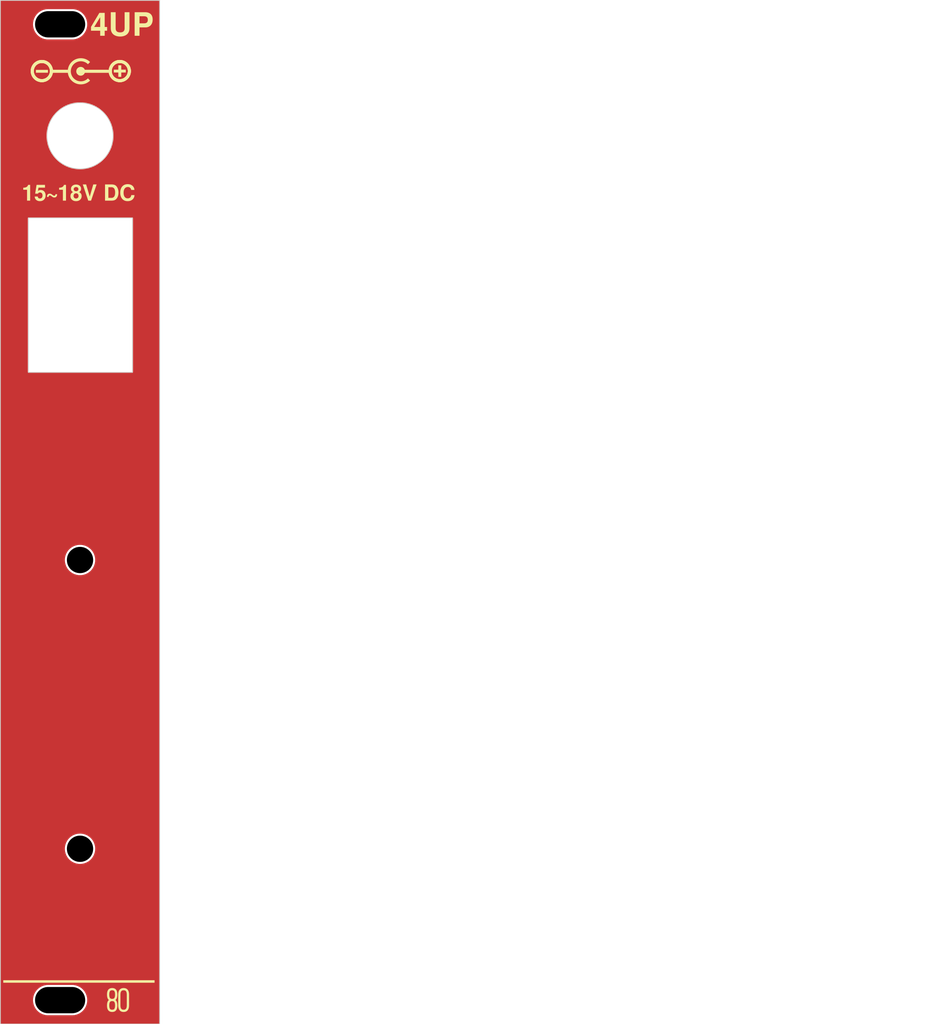
<source format=kicad_pcb>
(kicad_pcb (version 20211014) (generator pcbnew)
  (layers (0 "F.Cu" signal) (31 "B.Cu" signal) (34 "B.Paste" user) (35 "F.Paste" user) (36 "B.SilkS" user "B.Silkscreen") (37 "F.SilkS" user "F.Silkscreen") (38 "B.Mask" user) (39 "F.Mask" user) (44 "Edge.Cuts" user))
  (net 0 "")
  (footprint "MyFootprints:HOLE" (layer "F.Cu") (at 41 136.5)
    (fp_text reference "REF**" hide)
    (fp_text value "HOLE" hide)
    (pad "" np_thru_hole circle (at 0 0) (size 3.3 3.3) (drill 3.3) (layers *.Mask))
  )
  (footprint "MyFootprints:HOLE" (layer "F.Cu") (at 41 100.25)
    (fp_text reference "REF**" hide)
    (fp_text value "HOLE" hide)
    (pad "" np_thru_hole circle (at 0 0) (size 3.3 3.3) (drill 3.3) (layers *.Mask))
  )
  (footprint "MyFootprints:HOLE" (layer "F.Cu") (at 38.5 33)
    (fp_text reference "REF**" hide)
    (fp_text value "HOLE" hide)
    (pad "" np_thru_hole oval (at 0 0) (size 6.3 3.3) (drill oval 6.3 3.3) (layers *.Mask))
  )
  (footprint "MyFootprints:HOLE" (layer "F.Cu") (at 38.5 155.5)
    (fp_text reference "REF**" hide)
    (fp_text value "HOLE" hide)
    (pad "" np_thru_hole oval (at 0 0) (size 6.3 3.3) (drill oval 6.3 3.3) (layers *.Mask))
  )
  (gr_line (start 46.667009 37.874935) (end 46.714163 37.908467) (layer "F.SilkS") (width 0.384998))
  (gr_line (start 47.078674 38.350818) (end 47.102759 38.404093) (layer "F.SilkS") (width 0.384998))
  (gr_line (start 47.023153 38.248593) (end 47.052113 38.298959) (layer "F.SilkS") (width 0.384998))
  (gr_line (start 44.864823 38.45871) (end 44.886358 38.404093) (layer "F.SilkS") (width 0.384998))
  (gr_line (start 37.405777 38.934136) (end 37.401133 38.995215) (layer "F.SilkS") (width 0.384998))
  (gr_line (start 45.104288 39.680924) (end 45.066486 39.637284) (layer "F.SilkS") (width 0.384998))
  (gr_line (start 45.066486 39.637284) (end 45.030781 39.591849) (layer "F.SilkS") (width 0.384998))
  (gr_line (start 37.382907 39.114633) (end 37.369478 39.172822) (layer "F.SilkS") (width 0.384998))
  (gr_line (start 35.580978 39.90084) (end 35.53218 39.869556) (layer "F.SilkS") (width 0.384998))
  (gr_line (start 46.056453 40.073396) (end 45.994562 40.074961) (layer "F.SilkS") (width 0.384998))
  (gr_line (start 44.793406 38.810353) (end 44.798051 38.749273) (layer "F.SilkS") (width 0.384998))
  (gr_line (start 45.473135 39.95636) (end 45.421276 39.9298) (layer "F.SilkS") (width 0.384998))
  (gr_line (start 35.096425 38.404093) (end 35.120511 38.350818) (layer "F.SilkS") (width 0.384998))
  (gr_line (start 46.714163 39.836024) (end 46.667009 39.869556) (layer "F.SilkS") (width 0.384998))
  (gr_line (start 45.636912 37.723603) (end 45.693985 37.707396) (layer "F.SilkS") (width 0.384998))
  (gr_line (start 44.965964 38.248593) (end 44.997248 38.199795) (layer "F.SilkS") (width 0.384998))
  (gr_line (start 45.93267 40.073396) (end 45.871592 40.068752) (layer "F.SilkS") (width 0.384998))
  (gr_line (start 35.791096 40.00198) (end 35.736479 39.980446) (layer "F.SilkS") (width 0.384998))
  (gr_line (start 45.37091 39.90084) (end 45.322112 39.869556) (layer "F.SilkS") (width 0.384998))
  (gr_line (start 36.204629 40.074961) (end 36.204629 40.074961) (layer "F.SilkS") (width 0.384998))
  (gr_line (start 37.132701 38.107206) (end 37.168405 38.152641) (layer "F.SilkS") (width 0.384998))
  (gr_line (start 46.922633 39.637284) (end 46.884831 39.680924) (layer "F.SilkS") (width 0.384998))
  (gr_line (start 37.393484 39.055406) (end 37.382907 39.114633) (layer "F.SilkS") (width 0.384998))
  (gr_line (start 37.233221 39.495896) (end 37.201937 39.544694) (layer "F.SilkS") (width 0.384998))
  (gr_poly (pts (xy 44.099824 33.334334) (xy 44.400331 33.334334) (xy 44.400331 33.805403) (xy 44.099824 33.805403) (xy 44.099824 34.442972) (xy 43.531297 34.442972) (xy 43.531297 33.805403) (xy 42.377992 33.805403) (xy 42.377992 33.334334) (xy 42.780016 33.334334) (xy 43.531297 33.334334) (xy 43.531297 32.103876) (xy 42.780016 33.334334) (xy 42.377992 33.334334) (xy 42.377992 33.326216) (xy 43.429765 31.563776) (xy 44.099824 31.563776)) (layer "F.SilkS") (width 0) (fill solid))
  (gr_line (start 37.353271 39.229895) (end 37.334362 39.285778) (layer "F.SilkS") (width 0.384998))
  (gr_line (start 35.683203 37.788131) (end 35.736479 37.764046) (layer "F.SilkS") (width 0.384998))
  (gr_poly (pts (xy 42.21956 54.635397) (xy 42.663606 53.102209) (xy 43.085298 53.102209) (xy 42.387117 55.13809) (xy 42.032457 55.13809) (xy 41.345445 53.102209) (xy 41.767137 53.102209)) (layer "F.SilkS") (width 0) (fill solid))
  (gr_line (start 35.580978 37.843652) (end 35.631344 37.814692) (layer "F.SilkS") (width 0.384998))
  (gr_line (start 45.104288 38.063566) (end 45.144112 38.021797) (layer "F.SilkS") (width 0.384998))
  (gr_line (start 37.405777 38.810353) (end 37.407342 38.872244) (layer "F.SilkS") (width 0.384998))
  (gr_line (start 45.421276 39.9298) (end 45.37091 39.90084) (layer "F.SilkS") (width 0.384998))
  (gr_line (start 45.229522 39.800319) (end 45.185882 39.762517) (layer "F.SilkS") (width 0.384998))
  (gr_line (start 45.752173 40.050526) (end 45.693985 40.037096) (layer "F.SilkS") (width 0.384998))
  (gr_line (start 46.884831 38.063566) (end 46.922633 38.107206) (layer "F.SilkS") (width 0.384998))
  (gr_line (start 36.204629 37.669531) (end 36.266521 37.671096) (layer "F.SilkS") (width 0.384998))
  (gr_line (start 35.003474 38.934136) (end 35.001909 38.872244) (layer "F.SilkS") (width 0.384998))
  (gr_line (start 36.726054 37.788131) (end 36.777913 37.814692) (layer "F.SilkS") (width 0.384998))
  (gr_line (start 46.618211 37.843652) (end 46.667009 37.874935) (layer "F.SilkS") (width 0.384998))
  (gr_line (start 47.17284 38.629855) (end 47.183417 38.689082) (layer "F.SilkS") (width 0.384998))
  (gr_line (start 36.327599 37.675741) (end 36.38779 37.683389) (layer "F.SilkS") (width 0.384998))
  (gr_line (start 35.039774 39.172822) (end 35.026344 39.114633) (layer "F.SilkS") (width 0.384998))
  (gr_line (start 46.958338 38.152641) (end 46.99187 38.199795) (layer "F.SilkS") (width 0.384998))
  (gr_line (start 44.997248 39.544694) (end 44.965964 39.495896) (layer "F.SilkS") (width 0.384998))
  (gr_line (start 45.473135 37.788131) (end 45.526411 37.764046) (layer "F.SilkS") (width 0.384998))
  (gr_poly (pts (xy 36.600664 53.50714) (xy 35.782403 53.50714) (xy 35.718164 53.920462) (xy 35.739449 53.904846) (xy 35.760415 53.890445) (xy 35.781136 53.87723) (xy 35.801684 53.865173) (xy 35.822135 53.854246) (xy 35.842561 53.844419) (xy 35.863036 53.835664) (xy 35.883634 53.827952) (xy 35.904428 53.821255) (xy 35.925493 53.815543) (xy 35.9469 53.810789) (xy 35.968725 53.806964) (xy 35.991041 53.804038) (xy 36.013921 53.801984) (xy 36.03744 53.800773) (xy 36.06167 53.800375) (xy 36.095628 53.801189) (xy 36.12889 53.803611) (xy 36.161432 53.807612) (xy 36.193227 53.813166) (xy 36.224251 53.820244) (xy 36.254479 53.828817) (xy 36.283886 53.838858) (xy 36.312446 53.850339) (xy 36.340135 53.863231) (xy 36.366928 53.877506) (xy 36.392799 53.893136) (xy 36.417723 53.910093) (xy 36.441676 53.92835) (xy 36.464633 53.947876) (xy 36.486567 53.968646) (xy 36.507455 53.990629) (xy 36.527271 54.0138) (xy 36.545991 54.038128) (xy 36.563588 54.063587) (xy 36.580038 54.090147) (xy 36.595317 54.117781) (xy 36.609398 54.146461) (xy 36.622257 54.176159) (xy 36.633869 54.206846) (xy 36.644208 54.238494) (xy 36.653251 54.271076) (xy 36.66097 54.304562) (xy 36.667343 54.338926) (xy 36.672343 54.374138) (xy 36.675945 54.410171) (xy 36.678125 54.446997) (xy 36.678857 54.484587) (xy 36.678011 54.524239) (xy 36.675492 54.563062) (xy 36.671328 54.601026) (xy 36.665548 54.638104) (xy 36.658181 54.674268) (xy 36.649255 54.709489) (xy 36.638799 54.74374) (xy 36.626842 54.776992) (xy 36.613412 54.809218) (xy 36.598538 54.840388) (xy 36.582248 54.870476) (xy 36.564572 54.899452) (xy 36.545537 54.927289) (xy 36.525173 54.953958) (xy 36.503508 54.979432) (xy 36.480571 55.003683) (xy 36.456391 55.026681) (xy 36.430995 55.048399) (xy 36.404413 55.06881) (xy 36.376673 55.087884) (xy 36.347804 55.105594) (xy 36.317835 55.121911) (xy 36.286794 55.136808) (xy 36.25471 55.150257) (xy 36.221611 55.162228) (xy 36.187527 55.172694) (xy 36.152485 55.181628) (xy 36.116515 55.189) (xy 36.079645 55.194783) (xy 36.041904 55.198949) (xy 36.00332 55.201468) (xy 35.963922 55.202315) (xy 35.928156 55.201631) (xy 35.893134 55.199596) (xy 35.858881 55.196231) (xy 35.825422 55.191558) (xy 35.792781 55.185602) (xy 35.760983 55.178383) (xy 35.730052 55.169925) (xy 35.700013 55.160249) (xy 35.67089 55.149379) (xy 35.642708 55.137337) (xy 35.615492 55.124146) (xy 35.589265 55.109828) (xy 35.564054 55.094404) (xy 35.539881 55.077899) (xy 35.516772 55.060335) (xy 35.49475 55.041733) (xy 35.473842 55.022117) (xy 35.454071 55.001509) (xy 35.435462 54.979931) (xy 35.418039 54.957406) (xy 35.401827 54.933956) (xy 35.38685 54.909605) (xy 35.373134 54.884374) (xy 35.360702 54.858286) (xy 35.349579 54.831363) (xy 35.33979 54.803629) (xy 35.331358 54.775105) (xy 35.32431 54.745813) (xy 35.318669 54.715777) (xy 35.314459 54.68502) (xy 35.311706 54.653562) (xy 35.310434 54.621428) (xy 35.695825 54.621428) (xy 35.696864 54.636139) (xy 35.698408 54.650421) (xy 35.700455 54.664273) (xy 35.703003 54.677692) (xy 35.70605 54.690676) (xy 35.709595 54.703221) (xy 35.713634 54.715325) (xy 35.718167 54.726986) (xy 35.72319 54.738201) (xy 35.728702 54.748967) (xy 35.734701 54.759283) (xy 35.741185 54.769145) (xy 35.748152 54.778551) (xy 35.755599 54.787498) (xy 35.763525 54.795984) (xy 35.771927 54.804006) (xy 35.780804 54.811562) (xy 35.790154 54.818648) (xy 35.799974 54.825264) (xy 35.810262 54.831405) (xy 35.821017 54.83707) (xy 35.832236 54.842255) (xy 35.843918 54.846959) (xy 35.856059 54.851178) (xy 35.868659 54.854911) (xy 35.881715 54.858154) (xy 35.895225 54.860906) (xy 35.909187 54.863162) (xy 35.923599 54.864922) (xy 35.938459 54.866182) (xy 35.969514 54.867194) (xy 35.987627 54.866778) (xy 36.005305 54.865537) (xy 36.022539 54.863482) (xy 36.039321 54.860621) (xy 36.05564 54.856964) (xy 36.071487 54.852521) (xy 36.086854 54.847302) (xy 36.101731 54.841317) (xy 36.116109 54.834574) (xy 36.129978 54.827085) (xy 36.14333 54.818858) (xy 36.156155 54.809904) (xy 36.168445 54.800231) (xy 36.180189 54.78985) (xy 36.191379 54.778771) (xy 36.202006 54.767003) (xy 36.21206 54.754556) (xy 36.221532 54.74144) (xy 36.230412 54.727664) (xy 36.238693 54.713238) (xy 36.246364 54.698172) (xy 36.253416 54.682475) (xy 36.25984 54.666158) (xy 36.265627 54.64923) (xy 36.270768 54.6317) (xy 36.275253 54.613579) (xy 36.279073 54.594876) (xy 36.28222 54.5756) (xy 36.286454 54.535372) (xy 36.287881 54.492972) (xy 36.287531 54.470743) (xy 36.286484 54.449096) (xy 36.28475 54.428037) (xy 36.282334 54.407576) (xy 36.279246 54.38772) (xy 36.275492 54.368478) (xy 36.271081 54.349858) (xy 36.26602 54.331868) (xy 36.260316 54.314516) (xy 36.253978 54.29781) (xy 36.247013 54.281759) (xy 36.239429 54.26637) (xy 36.231233 54.251653) (xy 36.222434 54.237614) (xy 36.213037 54.224263) (xy 36.203053 54.211607) (xy 36.192488 54.199655) (xy 36.181349 54.188415) (xy 36.169645 54.177895) (xy 36.157383 54.168103) (xy 36.14457 54.159047) (xy 36.131215 54.150736) (xy 36.117326 54.143177) (xy 36.102909 54.13638) (xy 36.087972 54.130351) (xy 36.072524 54.1251) (xy 36.056571 54.120634) (xy 36.040122 54.116962) (xy 36.023184 54.114091) (xy 36.005765 54.112031) (xy 35.987873 54.110789) (xy 35.969514 54.110373) (xy 35.958347 54.110528) (xy 35.947362 54.110993) (xy 35.936564 54.111765) (xy 35.925954 54.112844) (xy 35.915537 54.114227) (xy 35.905316 54.115913) (xy 35.895292 54.117902) (xy 35.88547 54.12019) (xy 35.875853 54.122777) (xy 35.866443 54.125661) (xy 35.857244 54.128841) (xy 35.848259 54.132314) (xy 35.839491 54.136081) (xy 35.830942 54.140138) (xy 35.822616 54.144484) (xy 35.814517 54.149119) (xy 35.806646 54.15404) (xy 35.799008 54.159245) (xy 35.791604 54.164734) (xy 35.784439 54.170505) (xy 35.777516 54.176556) (xy 35.770837 54.182886) (xy 35.764405 54.189493) (xy 35.758224 54.196375) (xy 35.752296 54.203532) (xy 35.746626 54.210961) (xy 35.741215 54.218661) (xy 35.736067 54.226631) (xy 35.731184 54.234869) (xy 35.726571 54.243374) (xy 35.72223 54.252143) (xy 35.718164 54.261175) (xy 35.366281 54.261175) (xy 35.542223 53.158064) (xy 36.600664 53.158064)) (layer "F.SilkS") (width 0) (fill solid))
  (gr_line (start 47.143203 38.514593) (end 47.15941 38.571667) (layer "F.SilkS") (width 0.384998))
  (gr_line (start 47.124294 39.285778) (end 47.102759 39.340396) (layer "F.SilkS") (width 0.384998))
  (gr_line (start 44.937004 39.44553) (end 44.910443 39.393672) (layer "F.SilkS") (width 0.384998))
  (gr_line (start 36.672779 39.980446) (end 36.618162 40.00198) (layer "F.SilkS") (width 0.384998))
  (gr_line (start 47.191065 38.749273) (end 47.19571 38.810353) (layer "F.SilkS") (width 0.384998))
  (gr_line (start 36.021468 40.061103) (end 35.962241 40.050526) (layer "F.SilkS") (width 0.384998))
  (gr_line (start 46.462711 39.980446) (end 46.408094 40.00198) (layer "F.SilkS") (width 0.384998))
  (gr_line (start 37.055075 39.722693) (end 37.013306 39.762517) (layer "F.SilkS") (width 0.384998))
  (gr_poly (pts (xy 37.215353 54.261446) (xy 37.231971 54.262236) (xy 37.248171 54.263558) (xy 37.263974 54.265416) (xy 37.279401 54.267815) (xy 37.294471 54.270757) (xy 37.309206 54.274247) (xy 37.323625 54.27829) (xy 37.33775 54.282889) (xy 37.3516 54.288048) (xy 37.365197 54.293772) (xy 37.378561 54.300064) (xy 37.391712 54.306929) (xy 37.40467 54.314371) (xy 37.417458 54.322393) (xy 37.430093 54.331) (xy 37.589273 54.448294) (xy 37.602507 54.45782) (xy 37.615034 54.466524) (xy 37.626931 54.474436) (xy 37.638276 54.481582) (xy 37.649146 54.487993) (xy 37.65962 54.493696) (xy 37.669774 54.498721) (xy 37.679687 54.503095) (xy 37.689436 54.506848) (xy 37.6991 54.510007) (xy 37.708755 54.512602) (xy 37.71848 54.514661) (xy 37.728353 54.516213) (xy 37.73845 54.517286) (xy 37.74885 54.517909) (xy 37.75963 54.518111) (xy 37.77184 54.517891) (xy 37.783351 54.517237) (xy 37.794185 54.516157) (xy 37.80436 54.514658) (xy 37.8139 54.512748) (xy 37.822824 54.510434) (xy 37.831154 54.507725) (xy 37.838911 54.504627) (xy 37.846116 54.501149) (xy 37.852789 54.497299) (xy 37.858952 54.493083) (xy 37.864625 54.48851) (xy 37.86983 54.483586) (xy 37.874588 54.478321) (xy 37.878919 54.472722) (xy 37.882845 54.466795) (xy 37.886387 54.46055) (xy 37.889565 54.453993) (xy 37.892401 54.447132) (xy 37.894915 54.439976) (xy 37.899063 54.424805) (xy 37.902176 54.408541) (xy 37.904424 54.391247) (xy 37.905973 54.372983) (xy 37.906991 54.353811) (xy 37.907648 54.333792) (xy 38.125482 54.333792) (xy 38.121191 54.383474) (xy 38.118182 54.40709) (xy 38.114593 54.429891) (xy 38.110424 54.451878) (xy 38.105671 54.473051) (xy 38.100334 54.493413) (xy 38.09441 54.512964) (xy 38.087897 54.531704) (xy 38.080792 54.549636) (xy 38.073095 54.56676) (xy 38.064802 54.583076) (xy 38.055912 54.598587) (xy 38.046423 54.613293) (xy 38.036332 54.627195) (xy 38.025638 54.640294) (xy 38.014339 54.652592) (xy 38.002432 54.664088) (xy 37.989915 54.674785) (xy 37.976788 54.684683) (xy 37.963046 54.693783) (xy 37.948689 54.702087) (xy 37.933714 54.709595) (xy 37.918119 54.716308) (xy 37.901903 54.722228) (xy 37.885063 54.727355) (xy 37.867597 54.73169) (xy 37.849503 54.735235) (xy 37.830779 54.737991) (xy 37.811423 54.739957) (xy 37.791433 54.741137) (xy 37.770807 54.74153) (xy 37.753815 54.741267) (xy 37.737367 54.740471) (xy 37.721417 54.739136) (xy 37.705922 54.737253) (xy 37.690836 54.734813) (xy 37.676114 54.731808) (xy 37.661711 54.728231) (xy 37.647582 54.724073) (xy 37.633681 54.719325) (xy 37.619965 54.713981) (xy 37.606388 54.708031) (xy 37.592904 54.701467) (xy 37.57947 54.694282) (xy 37.56604 54.686466) (xy 37.552568 54.678013) (xy 37.539011 54.668913) (xy 37.379831 54.551627) (xy 37.367977 54.543051) (xy 37.356475 54.535118) (xy 37.345283 54.527814) (xy 37.334362 54.521127) (xy 37.32367 54.515047) (xy 37.313166 54.509559) (xy 37.302809 54.504652) (xy 37.292559 54.500313) (xy 37.282374 54.496531) (xy 37.272214 54.493293) (xy 37.262038 54.490586) (xy 37.251805 54.488399) (xy 37.241473 54.48672) (xy 37.231003 54.485535) (xy 37.220353 54.484833) (xy 37.209482 54.484602) (xy 37.19777 54.484806) (xy 37.186711 54.485414) (xy 37.176283 54.48642) (xy 37.166468 54.48782) (xy 37.157245 54.489609) (xy 37.148597 54.491782) (xy 37.140503 54.494332) (xy 37.132944 54.497257) (xy 37.1259 54.500549) (xy 37.119352 54.504204) (xy 37.113281 54.508218) (xy 37.107667 54.512584) (xy 37.10249 54.517297) (xy 37.097732 54.522354) (xy 37.093373 54.527748) (xy 37.089393 54.533474) (xy 37.085773 54.539528) (xy 37.082494 54.545904) (xy 37.079536 54.552597) (xy 37.07688 54.559601) (xy 37.072394 54.574526) (xy 37.068882 54.590638) (xy 37.066189 54.607894) (xy 37.064158 54.626256) (xy 37.062635 54.645681) (xy 37.061464 54.666128) (xy 36.843629 54.666128) (xy 36.845249 54.641133) (xy 36.847489 54.616938) (xy 36.85035 54.593545) (xy 36.853829 54.570951) (xy 36.857925 54.549158) (xy 36.862639 54.528164) (xy 36.867968 54.507968) (xy 36.873912 54.488571) (xy 36.880469 54.469972) (xy 36.887639 54.452169) (xy 36.895421 54.435164) (xy 36.903813 54.418955) (xy 36.912815 54.403541) (xy 36.922425 54.388923) (xy 36.932643 54.375099) (xy 36.943467 54.362069) (xy 36.954896 54.349833) (xy 36.96693 54.338391) (xy 36.979568 54.32774) (xy 36.992807 54.317882) (xy 37.006649 54.308816) (xy 37.02109 54.300541) (xy 37.036131 54.293056) (xy 37.05177 54.286361) (xy 37.068006 54.280456) (xy 37.084839 54.27534) (xy 37.102266 54.271012) (xy 37.120288 54.267472) (xy 37.138903 54.26472) (xy 37.15811 54.262755) (xy 37.177909 54.261576) (xy 37.198297 54.261183)) (layer "F.SilkS") (width 0) (fill solid))
  (gr_line (start 35.147072 38.298959) (end 35.176032 38.248593) (layer "F.SilkS") (width 0.384998))
  (gr_line (start 44.793406 38.934136) (end 44.791841 38.872244) (layer "F.SilkS") (width 0.384998))
  (gr_line (start 36.924231 37.908467) (end 36.969666 37.944172) (layer "F.SilkS") (width 0.384998))
  (gr_line (start 44.816276 38.629855) (end 44.829706 38.571667) (layer "F.SilkS") (width 0.384998))
  (gr_line (start 35.015767 38.689082) (end 35.026344 38.629855) (layer "F.SilkS") (width 0.384998))
  (gr_line (start 36.447017 37.693966) (end 36.505205 37.707396) (layer "F.SilkS") (width 0.384998))
  (gr_line (start 35.015767 39.055406) (end 35.008118 38.995215) (layer "F.SilkS") (width 0.384998))
  (gr_line (start 36.38779 37.683389) (end 36.447017 37.693966) (layer "F.SilkS") (width 0.384998))
  (gr_poly (pts (xy 49.224893 31.483504) (xy 49.280285 31.486347) (xy 49.334015 31.491073) (xy 49.386072 31.497671) (xy 49.436445 31.506131) (xy 49.485125 31.516443) (xy 49.532101 31.528596) (xy 49.577362 31.542579) (xy 49.620898 31.558382) (xy 49.662698 31.575996) (xy 49.702753 31.595409) (xy 49.741051 31.616611) (xy 49.777583 31.639592) (xy 49.812338 31.664341) (xy 49.845305 31.690847) (xy 49.876474 31.719101) (xy 49.905835 31.749092) (xy 49.933377 31.78081) (xy 49.95909 31.814244) (xy 49.982963 31.849383) (xy 50.004986 31.886219) (xy 50.025149 31.924738) (xy 50.043441 31.964933) (xy 50.059852 32.006792) (xy 50.074371 32.050304) (xy 50.086988 32.09546) (xy 50.097693 32.142248) (xy 50.106474 32.190659) (xy 50.113323 32.240682) (xy 50.118227 32.292307) (xy 50.121178 32.345523) (xy 50.122163 32.40032) (xy 50.121145 32.45603) (xy 50.118108 32.510448) (xy 50.113082 32.563542) (xy 50.106094 32.615281) (xy 50.097173 32.665634) (xy 50.086346 32.71457) (xy 50.073643 32.762057) (xy 50.059092 32.808064) (xy 50.04272 32.852561) (xy 50.024556 32.895515) (xy 50.004628 32.936896) (xy 49.982965 32.976672) (xy 49.959594 33.014812) (xy 49.934545 33.051286) (xy 49.907845 33.08606) (xy 49.879522 33.119106) (xy 49.849605 33.15039) (xy 49.818122 33.179883) (xy 49.785102 33.207552) (xy 49.750572 33.233366) (xy 49.71456 33.257295) (xy 49.677096 33.279307) (xy 49.638208 33.299371) (xy 49.597922 33.317456) (xy 49.556269 33.333529) (xy 49.513276 33.347561) (xy 49.468971 33.35952) (xy 49.423383 33.369375) (xy 49.376539 33.377094) (xy 49.328469 33.382646) (xy 49.2792 33.386) (xy 49.228761 33.387125) (xy 48.469362 33.387125) (xy 48.469362 34.442965) (xy 47.860231 34.442965) (xy 47.860231 32.879511) (xy 48.469362 32.879511) (xy 49.037889 32.879511) (xy 49.096763 32.877842) (xy 49.124676 32.87575) (xy 49.151579 32.872817) (xy 49.177477 32.869039) (xy 49.202375 32.864414) (xy 49.226276 32.858938) (xy 49.249184 32.852608) (xy 49.271106 32.845422) (xy 49.292044 32.837376) (xy 49.312004 32.828467) (xy 49.33099 32.818694) (xy 49.349006 32.808051) (xy 49.366057 32.796537) (xy 49.382147 32.784149) (xy 49.397281 32.770883) (xy 49.411463 32.756737) (xy 49.424698 32.741707) (xy 49.43699 32.725791) (xy 49.448344 32.708986) (xy 49.458764 32.691288) (xy 49.468254 32.672695) (xy 49.476819 32.653204) (xy 49.484464 32.632811) (xy 49.491193 32.611515) (xy 49.497009 32.589311) (xy 49.501919 32.566196) (xy 49.505926 32.542169) (xy 49.509035 32.517226) (xy 49.51125 32.491363) (xy 49.512576 32.464579) (xy 49.513017 32.436869) (xy 49.51125 32.381662) (xy 49.509035 32.355476) (xy 49.505926 32.330231) (xy 49.501919 32.305923) (xy 49.497009 32.282549) (xy 49.491193 32.260103) (xy 49.484464 32.238584) (xy 49.476819 32.217987) (xy 49.468254 32.198307) (xy 49.458764 32.179543) (xy 49.448344 32.161689) (xy 49.43699 32.144742) (xy 49.424698 32.128699) (xy 49.411463 32.113556) (xy 49.397281 32.099308) (xy 49.382147 32.085953) (xy 49.366057 32.073487) (xy 49.349006 32.061905) (xy 49.33099 32.051204) (xy 49.312004 32.041381) (xy 49.292044 32.032432) (xy 49.271106 32.024352) (xy 49.249184 32.017139) (xy 49.226276 32.010788) (xy 49.202375 32.005296) (xy 49.177477 32.000659) (xy 49.151579 31.996874) (xy 49.096763 31.991842) (xy 49.037889 31.990172) (xy 48.469362 31.990172) (xy 48.469362 32.879511) (xy 47.860231 32.879511) (xy 47.860231 31.482554) (xy 49.167848 31.482554)) (layer "F.SilkS") (width 0) (fill solid))
  (gr_line (start 45.322112 39.869556) (end 45.274957 39.836024) (layer "F.SilkS") (width 0.384998))
  (gr_line (start 44.816276 39.114633) (end 44.805699 39.055406) (layer "F.SilkS") (width 0.384998))
  (gr_line (start 37.132701 39.637284) (end 37.094899 39.680924) (layer "F.SilkS") (width 0.384998))
  (gr_line (start 45.144112 39.722693) (end 45.104288 39.680924) (layer "F.SilkS") (width 0.384998))
  (gr_line (start 44.910443 38.350818) (end 44.937004 38.298959) (layer "F.SilkS") (width 0.384998))
  (gr_line (start 35.008118 38.749273) (end 35.015767 38.689082) (layer "F.SilkS") (width 0.384998))
  (gr_line (start 37.407022 38.9) (end 39.606897 38.9) (layer "F.SilkS") (width 0.384998))
  (gr_line (start 45.37091 37.843652) (end 45.421276 37.814692) (layer "F.SilkS") (width 0.384998))
  (gr_line (start 35.207316 38.199795) (end 35.240849 38.152641) (layer "F.SilkS") (width 0.384998))
  (gr_line (start 45.811401 37.683389) (end 45.871592 37.675741) (layer "F.SilkS") (width 0.384998))
  (gr_line (start 47.19571 38.934136) (end 47.191065 38.995215) (layer "F.SilkS") (width 0.384998))
  (gr_line (start 37.312827 38.404093) (end 37.334362 38.45871) (layer "F.SilkS") (width 0.384998))
  (gr_line (start 37.055075 38.021797) (end 37.094899 38.063566) (layer "F.SilkS") (width 0.384998))
  (gr_line (start 37.312827 39.340396) (end 37.288742 39.393672) (layer "F.SilkS") (width 0.384998))
  (gr_line (start 47.078674 39.393672) (end 47.052113 39.44553) (layer "F.SilkS") (width 0.384998))
  (gr_line (start 47.197275 38.872244) (end 47.197275 38.872244) (layer "F.SilkS") (width 0.384998))
  (gr_line (start 46.295138 40.037096) (end 46.23695 40.050526) (layer "F.SilkS") (width 0.384998))
  (gr_line (start 35.001909 38.872244) (end 35.001909 38.872244) (layer "F.SilkS") (width 0.384998))
  (gr_line (start 46.567845 39.9298) (end 46.515987 39.95636) (layer "F.SilkS") (width 0.384998))
  (gr_line (start 46.408094 40.00198) (end 46.352211 40.020889) (layer "F.SilkS") (width 0.384998))
  (gr_line (start 35.736479 37.764046) (end 35.791096 37.742511) (layer "F.SilkS") (width 0.384998))
  (gr_line (start 44.791841 38.872244) (end 44.793406 38.810353) (layer "F.SilkS") (width 0.384998))
  (gr_line (start 47.183417 38.689082) (end 47.191065 38.749273) (layer "F.SilkS") (width 0.384998))
  (gr_line (start 35.43959 39.800319) (end 35.39595 39.762517) (layer "F.SilkS") (width 0.384998))
  (gr_line (start 46.803238 37.981974) (end 46.845007 38.021797) (layer "F.SilkS") (width 0.384998))
  (gr_line (start 46.759598 37.944172) (end 46.803238 37.981974) (layer "F.SilkS") (width 0.384998))
  (gr_line (start 46.352211 40.020889) (end 46.295138 40.037096) (layer "F.SilkS") (width 0.384998))
  (gr_line (start 37.401133 38.995215) (end 37.393484 39.055406) (layer "F.SilkS") (width 0.384998))
  (gr_line (start 46.759598 39.800319) (end 46.714163 39.836024) (layer "F.SilkS") (width 0.384998))
  (gr_line (start 45.185882 39.762517) (end 45.144112 39.722693) (layer "F.SilkS") (width 0.384998))
  (gr_line (start 36.266521 40.073396) (end 36.204629 40.074961) (layer "F.SilkS") (width 0.384998))
  (gr_line (start 35.055981 38.514593) (end 35.07489 38.45871) (layer "F.SilkS") (width 0.384998))
  (gr_line (start 35.35418 38.021797) (end 35.39595 37.981974) (layer "F.SilkS") (width 0.384998))
  (gr_line (start 35.53218 37.874935) (end 35.580978 37.843652) (layer "F.SilkS") (width 0.384998))
  (gr_line (start 36.618162 37.742511) (end 36.672779 37.764046) (layer "F.SilkS") (width 0.384998))
  (gr_line (start 44.845914 39.229895) (end 44.829706 39.172822) (layer "F.SilkS") (width 0.384998))
  (gr_line (start 45.871592 37.675741) (end 45.93267 37.671096) (layer "F.SilkS") (width 0.384998))
  (gr_line (start 45.994562 40.074961) (end 45.994562 40.074961) (layer "F.SilkS") (width 0.384998))
  (gr_line (start 36.327599 40.068752) (end 36.266521 40.073396) (layer "F.SilkS") (width 0.384998))
  (gr_line (start 35.240849 39.591849) (end 35.207316 39.544694) (layer "F.SilkS") (width 0.384998))
  (gr_line (start 46.117532 40.068752) (end 46.056453 40.073396) (layer "F.SilkS") (width 0.384998))
  (gr_line (start 47.17284 39.114633) (end 47.15941 39.172822) (layer "F.SilkS") (width 0.384998))
  (gr_line (start 44.791841 38.872244) (end 44.791841 38.872244) (layer "F.SilkS") (width 0.384998))
  (gr_line (start 44.965964 39.495896) (end 44.937004 39.44553) (layer "F.SilkS") (width 0.384998))
  (gr_line (start 37.013306 39.762517) (end 36.969666 39.800319) (layer "F.SilkS") (width 0.384998))
  (gr_line (start 44.937004 38.298959) (end 44.965964 38.248593) (layer "F.SilkS") (width 0.384998))
  (gr_line (start 36.081659 37.675741) (end 36.142738 37.671096) (layer "F.SilkS") (width 0.384998))
  (gr_line (start 47.15941 39.172822) (end 47.143203 39.229895) (layer "F.SilkS") (width 0.384998))
  (gr_line (start 35.485025 37.908467) (end 35.53218 37.874935) (layer "F.SilkS") (width 0.384998))
  (gr_line (start 37.288742 39.393672) (end 37.262181 39.44553) (layer "F.SilkS") (width 0.384998))
  (gr_poly (pts (xy 41.109421 38.349211) (xy 41.137429 38.351341) (xy 41.16503 38.354848) (xy 41.192189 38.359698) (xy 41.218871 38.365857) (xy 41.245042 38.373288) (xy 41.270667 38.381959) (xy 41.295712 38.391833) (xy 41.320141 38.402878) (xy 41.343921 38.415057) (xy 41.367017 38.428336) (xy 41.389393 38.442681) (xy 41.411016 38.458058) (xy 41.43185 38.47443) (xy 41.451861 38.491764) (xy 41.471014 38.510025) (xy 41.489276 38.529178) (xy 41.50661 38.549189) (xy 41.522982 38.570023) (xy 41.538358 38.591646) (xy 41.552703 38.614022) (xy 41.565983 38.637118) (xy 41.578162 38.660898) (xy 41.589207 38.685327) (xy 41.599082 38.710372) (xy 41.607752 38.735997) (xy 41.615184 38.762169) (xy 41.621342 38.788851) (xy 41.626192 38.81601) (xy 41.629699 38.843611) (xy 41.631829 38.871619) (xy 41.632547 38.9) (xy 41.631829 38.928381) (xy 41.6297 38.956389) (xy 41.626193 38.98399) (xy 41.621343 39.011149) (xy 41.615184 39.037831) (xy 41.607753 39.064003) (xy 41.599083 39.089628) (xy 41.589208 39.114673) (xy 41.578164 39.139103) (xy 41.565985 39.162883) (xy 41.552705 39.185979) (xy 41.53836 39.208355) (xy 41.522984 39.229978) (xy 41.506612 39.250812) (xy 41.489278 39.270823) (xy 41.471017 39.289977) (xy 41.451864 39.308238) (xy 41.431853 39.325572) (xy 41.411019 39.341945) (xy 41.389396 39.357321) (xy 41.36702 39.371666) (xy 41.343925 39.384946) (xy 41.320145 39.397125) (xy 41.295715 39.40817) (xy 41.27067 39.418044) (xy 41.245045 39.426715) (xy 41.218873 39.434147) (xy 41.192191 39.440305) (xy 41.165032 39.445155) (xy 41.13743 39.448662) (xy 41.109422 39.450792) (xy 41.081041 39.45151) (xy 41.05266 39.450792) (xy 41.024651 39.448662) (xy 40.99705 39.445155) (xy 40.969891 39.440305) (xy 40.943208 39.434147) (xy 40.917036 39.426715) (xy 40.891411 39.418044) (xy 40.866365 39.40817) (xy 40.841935 39.397125) (xy 40.818155 39.384946) (xy 40.795059 39.371666) (xy 40.772683 39.357321) (xy 40.75106 39.341945) (xy 40.730226 39.325572) (xy 40.710214 39.308238) (xy 40.691061 39.289977) (xy 40.672799 39.270823) (xy 40.655465 39.250812) (xy 40.639092 39.229978) (xy 40.623716 39.208355) (xy 40.609371 39.185979) (xy 40.596091 39.162883) (xy 40.583912 39.139103) (xy 40.572867 39.114673) (xy 40.562992 39.089628) (xy 40.554322 39.064003) (xy 40.54689 39.037831) (xy 40.540732 39.011149) (xy 40.535882 38.98399) (xy 40.532375 38.956389) (xy 40.530245 38.928381) (xy 40.529527 38.9) (xy 40.530245 38.871619) (xy 40.532375 38.843611) (xy 40.535882 38.81601) (xy 40.540732 38.788851) (xy 40.54689 38.762169) (xy 40.554322 38.735997) (xy 40.562992 38.710372) (xy 40.572867 38.685327) (xy 40.583912 38.660898) (xy 40.596091 38.637118) (xy 40.609371 38.614022) (xy 40.623716 38.591646) (xy 40.639092 38.570023) (xy 40.655465 38.549189) (xy 40.672799 38.529178) (xy 40.691061 38.510025) (xy 40.710214 38.491764) (xy 40.730226 38.47443) (xy 40.75106 38.458058) (xy 40.772683 38.442681) (xy 40.795059 38.428336) (xy 40.818155 38.415057) (xy 40.841935 38.402878) (xy 40.866365 38.391833) (xy 40.891411 38.381959) (xy 40.917036 38.373288) (xy 40.943208 38.365857) (xy 40.969891 38.359698) (xy 40.99705 38.354848) (xy 41.024651 38.351341) (xy 41.05266 38.349211) (xy 41.081041 38.348494)) (layer "F.SilkS") (width 0) (fill solid))
  (gr_line (start 37.262181 39.44553) (end 37.233221 39.495896) (layer "F.SilkS") (width 0.384998))
  (gr_line (start 36.081659 40.068752) (end 36.021468 40.061103) (layer "F.SilkS") (width 0.384998))
  (gr_line (start 47.197275 38.872244) (end 47.19571 38.934136) (layer "F.SilkS") (width 0.384998))
  (gr_line (start 35.240849 38.152641) (end 35.276554 38.107206) (layer "F.SilkS") (width 0.384998))
  (gr_line (start 46.056453 37.671096) (end 46.117532 37.675741) (layer "F.SilkS") (width 0.384998))
  (gr_line (start 44.864823 39.285778) (end 44.845914 39.229895) (layer "F.SilkS") (width 0.384998))
  (gr_line (start 44.829706 38.571667) (end 44.845914 38.514593) (layer "F.SilkS") (width 0.384998))
  (gr_line (start 35.276554 39.637284) (end 35.240849 39.591849) (layer "F.SilkS") (width 0.384998))
  (gr_line (start 45.93267 37.671096) (end 45.994562 37.669531) (layer "F.SilkS") (width 0.384998))
  (gr_line (start 35.39595 39.762517) (end 35.35418 39.722693) (layer "F.SilkS") (width 0.384998))
  (gr_line (start 37.353271 38.514593) (end 37.369478 38.571667) (layer "F.SilkS") (width 0.384998))
  (gr_poly (pts (xy 46.18062 38.692686) (xy 46.749757 38.692686) (xy 46.749757 39.05181) (xy 46.18062 39.05181) (xy 46.18062 39.601054) (xy 45.808496 39.601054) (xy 45.808496 39.05181) (xy 45.239366 39.05181) (xy 45.239366 38.692686) (xy 45.808496 38.692686) (xy 45.808496 38.143442) (xy 46.18062 38.143442)) (layer "F.SilkS") (width 0) (fill solid))
  (gr_line (start 37.013306 37.981974) (end 37.055075 38.021797) (layer "F.SilkS") (width 0.384998))
  (gr_line (start 46.618211 39.90084) (end 46.567845 39.9298) (layer "F.SilkS") (width 0.384998))
  (gr_line (start 35.120511 38.350818) (end 35.147072 38.298959) (layer "F.SilkS") (width 0.384998))
  (gr_line (start 37.201937 38.199795) (end 37.233221 38.248593) (layer "F.SilkS") (width 0.384998))
  (gr_line (start 36.38779 40.061103) (end 36.327599 40.068752) (layer "F.SilkS") (width 0.384998))
  (gr_line (start 45.274957 37.908467) (end 45.322112 37.874935) (layer "F.SilkS") (width 0.384998))
  (gr_line (start 35.631344 37.814692) (end 35.683203 37.788131) (layer "F.SilkS") (width 0.384998))
  (gr_line (start 44.886358 38.404093) (end 44.910443 38.350818) (layer "F.SilkS") (width 0.384998))
  (gr_line (start 37.369478 38.571667) (end 37.382907 38.629855) (layer "F.SilkS") (width 0.384998))
  (gr_poly (pts (xy 45.077878 153.984731) (xy 45.116201 153.987201) (xy 45.153514 153.991324) (xy 45.189782 153.997103) (xy 45.224972 154.004543) (xy 45.259051 154.013648) (xy 45.291984 154.024423) (xy 45.32374 154.036871) (xy 45.354283 154.050998) (xy 45.383582 154.066806) (xy 45.411602 154.084301) (xy 45.438311 154.103487) (xy 45.463674 154.124368) (xy 45.487658 154.146949) (xy 45.510231 154.171234) (xy 45.531358 154.197226) (xy 45.551 154.224769) (xy 45.569165 154.253712) (xy 45.585882 154.284053) (xy 45.601179 154.315786) (xy 45.615086 154.34891) (xy 45.627631 154.383421) (xy 45.638844 154.419316) (xy 45.648754 154.456591) (xy 45.657389 154.495243) (xy 45.664779 154.53527) (xy 45.670952 154.576667) (xy 45.675938 154.619431) (xy 45.679765 154.66356) (xy 45.682463 154.70905) (xy 45.684061 154.755897) (xy 45.684587 154.804098) (xy 45.68404 154.852008) (xy 45.682387 154.89857) (xy 45.679612 154.943776) (xy 45.6757 154.987615) (xy 45.670633 155.03008) (xy 45.664396 155.071161) (xy 45.656973 155.110849) (xy 45.648347 155.149134) (xy 45.638503 155.186008) (xy 45.627423 155.221461) (xy 45.615092 155.255484) (xy 45.601494 155.288068) (xy 45.586613 155.319203) (xy 45.570431 155.348882) (xy 45.552934 155.377094) (xy 45.534105 155.40383) (xy 45.529371 155.409875) (xy 45.524417 155.415699) (xy 45.519266 155.421323) (xy 45.513936 155.426768) (xy 45.50845 155.432056) (xy 45.502828 155.437209) (xy 45.497091 155.442247) (xy 45.49126 155.447192) (xy 45.479398 155.456887) (xy 45.467408 155.466465) (xy 45.455457 155.476097) (xy 45.443712 155.485953) (xy 45.449584 155.490909) (xy 45.455527 155.49576) (xy 45.467535 155.505261) (xy 45.479565 155.514685) (xy 45.491449 155.52426) (xy 45.497282 155.529176) (xy 45.503015 155.534216) (xy 45.508625 155.539408) (xy 45.514093 155.544781) (xy 45.519396 155.550364) (xy 45.524513 155.556185) (xy 45.529423 155.562272) (xy 45.534105 155.568655) (xy 45.552869 155.595379) (xy 45.570317 155.623565) (xy 45.586465 155.653205) (xy 45.601327 155.684293) (xy 45.614917 155.716818) (xy 45.627249 155.750775) (xy 45.638338 155.786153) (xy 45.648199 155.822947) (xy 45.656845 155.861147) (xy 45.664292 155.900745) (xy 45.670553 155.941734) (xy 45.675644 155.984106) (xy 45.679578 156.027852) (xy 45.68237 156.072965) (xy 45.684035 156.119436) (xy 45.684587 156.167258) (xy 45.684061 156.215464) (xy 45.682463 156.262315) (xy 45.679765 156.307808) (xy 45.675938 156.351938) (xy 45.670952 156.394704) (xy 45.664779 156.436101) (xy 45.657389 156.476128) (xy 45.648754 156.51478) (xy 45.638844 156.552056) (xy 45.627631 156.58795) (xy 45.615086 156.622462) (xy 45.601179 156.655587) (xy 45.585882 156.687322) (xy 45.569165 156.717665) (xy 45.551 156.746612) (xy 45.531358 156.774161) (xy 45.510231 156.800148) (xy 45.487659 156.824429) (xy 45.463675 156.847007) (xy 45.438313 156.867886) (xy 45.411605 156.887072) (xy 45.383586 156.904567) (xy 45.354288 156.920376) (xy 45.323745 156.934504) (xy 45.291991 156.946954) (xy 45.259057 156.95773) (xy 45.224979 156.966837) (xy 45.189789 156.974279) (xy 45.15352 156.98006) (xy 45.116206 156.984184) (xy 45.07788 156.986656) (xy 45.038576 156.987479) (xy 44.998425 156.98661) (xy 44.959323 156.984007) (xy 44.921301 156.979676) (xy 44.88439 156.973622) (xy 44.848623 156.965851) (xy 44.814031 156.956369) (xy 44.780645 156.94518) (xy 44.748498 156.932291) (xy 44.717622 156.917708) (xy 44.688047 156.901435) (xy 44.659807 156.883478) (xy 44.632931 156.863844) (xy 44.607453 156.842537) (xy 44.583404 156.819563) (xy 44.560816 156.794928) (xy 44.53972 156.768637) (xy 44.520136 156.740845) (xy 44.502039 156.711707) (xy 44.4854 156.681232) (xy 44.470187 156.649429) (xy 44.456369 156.616305) (xy 44.443916 156.58187) (xy 44.432795 156.546133) (xy 44.422977 156.5091) (xy 44.41443 156.470782) (xy 44.407123 156.431186) (xy 44.401025 156.390321) (xy 44.396106 156.348195) (xy 44.392334 156.304818) (xy 44.389678 156.260197) (xy 44.388107 156.21434) (xy 44.38759 156.167288) (xy 44.673128 156.167288) (xy 44.673533 156.206248) (xy 44.674735 156.243481) (xy 44.676716 156.279006) (xy 44.679456 156.312846) (xy 44.682936 156.34502) (xy 44.687138 156.37555) (xy 44.692041 156.404457) (xy 44.697628 156.431761) (xy 44.703878 156.457484) (xy 44.710773 156.481647) (xy 44.718294 156.50427) (xy 44.726422 156.525374) (xy 44.735138 156.54498) (xy 44.744422 156.56311) (xy 44.754255 156.579784) (xy 44.764619 156.595023) (xy 44.775517 156.609036) (xy 44.786995 156.622029) (xy 44.799105 156.634019) (xy 44.811903 156.64502) (xy 44.825442 156.65505) (xy 44.839774 156.664124) (xy 44.854954 156.672258) (xy 44.871036 156.679469) (xy 44.888073 156.685771) (xy 44.906118 156.691181) (xy 44.925226 156.695715) (xy 44.94545 156.699388) (xy 44.966843 156.702218) (xy 44.989459 156.704219) (xy 45.013352 156.705409) (xy 45.038576 156.705801) (xy 45.06363 156.705367) (xy 45.087396 156.704068) (xy 45.109916 156.701908) (xy 45.131232 156.698891) (xy 45.151383 156.695019) (xy 45.161036 156.692765) (xy 45.170413 156.690299) (xy 45.17952 156.687621) (xy 45.188362 156.684732) (xy 45.196944 156.681633) (xy 45.205272 156.678324) (xy 45.213351 156.674806) (xy 45.221185 156.671078) (xy 45.22878 156.667142) (xy 45.236141 156.662998) (xy 45.243274 156.658646) (xy 45.250183 156.654087) (xy 45.256874 156.649322) (xy 45.263351 156.644351) (xy 45.269621 156.639174) (xy 45.275688 156.633792) (xy 45.281557 156.628205) (xy 45.287234 156.622414) (xy 45.292724 156.61642) (xy 45.298032 156.610222) (xy 45.308122 156.59722) (xy 45.308122 156.59664) (xy 45.318346 156.581715) (xy 45.328075 156.565235) (xy 45.337288 156.547194) (xy 45.345961 156.527583) (xy 45.354072 156.506397) (xy 45.361598 156.483628) (xy 45.368515 156.459268) (xy 45.374801 156.43331) (xy 45.380433 156.405747) (xy 45.385389 156.376572) (xy 45.389645 156.345777) (xy 45.393178 156.313356) (xy 45.395966 156.2793) (xy 45.397986 156.243604) (xy 45.399215 156.206258) (xy 45.399629 156.167258) (xy 45.399235 156.128237) (xy 45.398063 156.090918) (xy 45.396131 156.055282) (xy 45.393457 156.021309) (xy 45.390058 155.988983) (xy 45.385951 155.958283) (xy 45.381153 155.929193) (xy 45.375682 155.901694) (xy 45.369556 155.875766) (xy 45.362791 155.851392) (xy 45.355405 155.828554) (xy 45.347416 155.807232) (xy 45.338841 155.787409) (xy 45.329696 155.769066) (xy 45.32 155.752184) (xy 45.30977 155.736746) (xy 45.29902 155.722549) (xy 45.287709 155.70938) (xy 45.275781 155.697224) (xy 45.263177 155.686066) (xy 45.249842 155.67589) (xy 45.235719 155.66668) (xy 45.220749 155.658422) (xy 45.204877 155.651099) (xy 45.188046 155.644695) (xy 45.170198 155.639196) (xy 45.151277 155.634586) (xy 45.131225 155.630848) (xy 45.109986 155.627969) (xy 45.087503 155.625931) (xy 45.063718 155.62472) (xy 45.038576 155.624319) (xy 45.013413 155.624718) (xy 44.989569 155.625926) (xy 44.966993 155.627958) (xy 44.94563 155.630832) (xy 44.925428 155.634562) (xy 44.915745 155.636754) (xy 44.906333 155.639165) (xy 44.897184 155.6418) (xy 44.888293 155.644658) (xy 44.879651 155.647743) (xy 44.871253 155.651057) (xy 44.863093 155.6546) (xy 44.855163 155.658377) (xy 44.847456 155.662387) (xy 44.839967 155.666634) (xy 44.832688 155.67112) (xy 44.825614 155.675846) (xy 44.818736 155.680814) (xy 44.812049 155.686027) (xy 44.805546 155.691487) (xy 44.799221 155.697195) (xy 44.793066 155.703154) (xy 44.787075 155.709365) (xy 44.781241 155.715831) (xy 44.775559 155.722554) (xy 44.764619 155.736777) (xy 44.754218 155.752237) (xy 44.744356 155.76914) (xy 44.735053 155.787503) (xy 44.726326 155.807344) (xy 44.718193 155.828681) (xy 44.710673 155.851533) (xy 44.703783 155.875916) (xy 44.697542 155.90185) (xy 44.691967 155.929352) (xy 44.687077 155.95844) (xy 44.68289 155.989132) (xy 44.679424 156.021447) (xy 44.676696 156.055402) (xy 44.674726 156.091015) (xy 44.67353 156.128304) (xy 44.673128 156.167288) (xy 44.38759 156.167288) (xy 44.38759 156.167258) (xy 44.388145 156.12007) (xy 44.389818 156.074141) (xy 44.392621 156.02948) (xy 44.396567 155.986097) (xy 44.401668 155.944001) (xy 44.407936 155.903202) (xy 44.415383 155.86371) (xy 44.424022 155.825533) (xy 44.433865 155.788683) (xy 44.444924 155.753167) (xy 44.457212 155.718997) (xy 44.470741 155.686181) (xy 44.485522 155.654729) (xy 44.501569 155.624651) (xy 44.518893 155.595957) (xy 44.537508 155.568655) (xy 44.5424 155.562004) (xy 44.547526 155.555703) (xy 44.552862 155.549718) (xy 44.558389 155.544017) (xy 44.564084 155.538565) (xy 44.569927 155.533328) (xy 44.575896 155.528274) (xy 44.58197 155.523367) (xy 44.594346 155.513864) (xy 44.606887 155.504548) (xy 44.61942 155.495151) (xy 44.631776 155.485403) (xy 44.625623 155.480453) (xy 44.619407 155.475618) (xy 44.606867 155.46616) (xy 44.594326 155.456768) (xy 44.581953 155.44718) (xy 44.575881 155.442231) (xy 44.569915 155.437134) (xy 44.564075 155.431858) (xy 44.558383 155.426369) (xy 44.552858 155.420635) (xy 44.547524 155.414622) (xy 44.5424 155.408299) (xy 44.537508 155.401633) (xy 44.518954 155.374343) (xy 44.501674 155.345674) (xy 44.485658 155.315632) (xy 44.470895 155.284227) (xy 44.457374 155.251466) (xy 44.445085 155.217359) (xy 44.434017 155.181915) (xy 44.42416 155.14514) (xy 44.415501 155.107044) (xy 44.408032 155.067636) (xy 44.401742 155.026924) (xy 44.396619 154.984916) (xy 44.392653 154.941621) (xy 44.389833 154.897047) (xy 44.388149 154.851204) (xy 44.38759 154.804098) (xy 44.673112 154.804098) (xy 44.673522 154.843052) (xy 44.674736 154.880348) (xy 44.676734 154.915995) (xy 44.679493 154.95) (xy 44.682991 154.982371) (xy 44.687207 155.013117) (xy 44.692119 155.042246) (xy 44.697706 155.069765) (xy 44.703945 155.095684) (xy 44.710815 155.120009) (xy 44.718295 155.14275) (xy 44.726362 155.163914) (xy 44.734994 155.183509) (xy 44.744171 155.201543) (xy 44.75387 155.218025) (xy 44.76407 155.232962) (xy 44.774997 155.246193) (xy 44.786543 155.258581) (xy 44.798755 155.270123) (xy 44.811678 155.280818) (xy 44.825356 155.290666) (xy 44.839834 155.299664) (xy 44.855159 155.307812) (xy 44.871374 155.315108) (xy 44.888525 155.32155) (xy 44.906657 155.327138) (xy 44.925815 155.33187) (xy 44.946044 155.335744) (xy 44.96739 155.33876) (xy 44.989897 155.340916) (xy 45.01361 155.34221) (xy 45.038576 155.342642) (xy 45.063776 155.342254) (xy 45.087609 155.341077) (xy 45.11013 155.339096) (xy 45.131399 155.336293) (xy 45.151472 155.332652) (xy 45.161077 155.330511) (xy 45.170406 155.328155) (xy 45.179464 155.32558) (xy 45.188259 155.322786) (xy 45.196799 155.319768) (xy 45.205089 155.316527) (xy 45.213138 155.313059) (xy 45.220953 155.309362) (xy 45.22854 155.305434) (xy 45.235908 155.301274) (xy 45.243062 155.296878) (xy 45.250011 155.292245) (xy 45.256762 155.287373) (xy 45.263321 155.28226) (xy 45.269696 155.276904) (xy 45.275895 155.271301) (xy 45.281923 155.265451) (xy 45.287789 155.259352) (xy 45.293499 155.253) (xy 45.299062 155.246394) (xy 45.30977 155.232413) (xy 45.31996 155.217195) (xy 45.329625 155.20053) (xy 45.338749 155.182397) (xy 45.347311 155.162776) (xy 45.355294 155.141648) (xy 45.362679 155.118993) (xy 45.369448 155.094791) (xy 45.375583 155.069022) (xy 45.381065 155.041666) (xy 45.385876 155.012705) (xy 45.389997 154.982117) (xy 45.39341 154.949884) (xy 45.396097 154.915985) (xy 45.398038 154.880401) (xy 45.399217 154.843112) (xy 45.399614 154.804098) (xy 45.399217 154.76509) (xy 45.398038 154.727806) (xy 45.396097 154.692226) (xy 45.39341 154.658331) (xy 45.389997 154.6261) (xy 45.385876 154.595515) (xy 45.381065 154.566556) (xy 45.375583 154.539202) (xy 45.369448 154.513434) (xy 45.362679 154.489233) (xy 45.355294 154.466578) (xy 45.347311 154.445451) (xy 45.338749 154.42583) (xy 45.329625 154.407697) (xy 45.31996 154.391032) (xy 45.30977 154.375815) (xy 45.299062 154.361827) (xy 45.287789 154.348852) (xy 45.275895 154.336875) (xy 45.263321 154.325881) (xy 45.250011 154.315855) (xy 45.235908 154.30678) (xy 45.220953 154.298642) (xy 45.205089 154.291426) (xy 45.188259 154.285116) (xy 45.170406 154.279697) (xy 45.151472 154.275153) (xy 45.131399 154.27147) (xy 45.11013 154.268632) (xy 45.087609 154.266624) (xy 45.063776 154.26543) (xy 45.038576 154.265036) (xy 45.013352 154.265435) (xy 44.989458 154.266641) (xy 44.966841 154.26867) (xy 44.945447 154.271535) (xy 44.925223 154.27525) (xy 44.915532 154.277431) (xy 44.906114 154.27983) (xy 44.896962 154.282449) (xy 44.888068 154.28529) (xy 44.879426 154.288354) (xy 44.87103 154.291643) (xy 44.862873 154.29516) (xy 44.854948 154.298905) (xy 44.847248 154.30288) (xy 44.839767 154.307088) (xy 44.832498 154.311531) (xy 44.825435 154.316209) (xy 44.81857 154.321125) (xy 44.811897 154.32628) (xy 44.805409 154.331677) (xy 44.7991 154.337317) (xy 44.792963 154.343202) (xy 44.78699 154.349334) (xy 44.781177 154.355714) (xy 44.775515 154.362345) (xy 44.764619 154.376364) (xy 44.754253 154.391603) (xy 44.744417 154.408277) (xy 44.73513 154.426406) (xy 44.726413 154.446013) (xy 44.718284 154.467117) (xy 44.710762 154.48974) (xy 44.703865 154.513903) (xy 44.697614 154.539625) (xy 44.692027 154.56693) (xy 44.687123 154.595837) (xy 44.682921 154.626367) (xy 44.679441 154.658541) (xy 44.676701 154.69238) (xy 44.67472 154.727906) (xy 44.673517 154.765138) (xy 44.673112 154.804098) (xy 44.38759 154.804098) (xy 44.388107 154.757009) (xy 44.389678 154.711136) (xy 44.392334 154.666488) (xy 44.396106 154.623075) (xy 44.401025 154.580908) (xy 44.407123 154.539996) (xy 44.41443 154.500351) (xy 44.422977 154.461981) (xy 44.432795 154.424898) (xy 44.443916 154.38911) (xy 44.456369 154.354629) (xy 44.470187 154.321464) (xy 44.4854 154.289625) (xy 44.502039 154.259123) (xy 44.520136 154.229968) (xy 44.53972 154.20217) (xy 44.560816 154.175885) (xy 44.583404 154.151269) (xy 44.607453 154.128324) (xy 44.632931 154.107054) (xy 44.659807 154.087463) (xy 44.688047 154.069555) (xy 44.717622 154.053335) (xy 44.748498 154.038805) (xy 44.780645 154.02597) (xy 44.814031 154.014834) (xy 44.848623 154.005401) (xy 44.88439 153.997674) (xy 44.921301 153.991657) (xy 44.959323 153.987355) (xy 44.998425 153.98477) (xy 45.038576 153.983908)) (layer "F.SilkS") (width 0) (fill solid))
  (gr_line (start 46.23695 37.693966) (end 46.295138 37.707396) (layer "F.SilkS") (width 0.384998))
  (gr_line (start 35.962241 37.693966) (end 36.021468 37.683389) (layer "F.SilkS") (width 0.384998))
  (gr_line (start 35.008118 38.995215) (end 35.003474 38.934136) (layer "F.SilkS") (width 0.384998))
  (gr_line (start 46.803238 39.762517) (end 46.759598 39.800319) (layer "F.SilkS") (width 0.384998))
  (gr_line (start 37.201937 39.544694) (end 37.168405 39.591849) (layer "F.SilkS") (width 0.384998))
  (gr_line (start 35.791096 37.742511) (end 35.846979 37.723603) (layer "F.SilkS") (width 0.384998))
  (gr_line (start 46.922633 38.107206) (end 46.958338 38.152641) (layer "F.SilkS") (width 0.384998))
  (gr_line (start 35.147072 39.44553) (end 35.120511 39.393672) (layer "F.SilkS") (width 0.384998))
  (gr_line (start 47.102759 38.404093) (end 47.124294 38.45871) (layer "F.SilkS") (width 0.384998))
  (gr_line (start 44.805699 38.689082) (end 44.816276 38.629855) (layer "F.SilkS") (width 0.384998))
  (gr_line (start 37.168405 39.591849) (end 37.132701 39.637284) (layer "F.SilkS") (width 0.384998))
  (gr_line (start 37.369478 39.172822) (end 37.353271 39.229895) (layer "F.SilkS") (width 0.384998))
  (gr_line (start 47.183417 39.055406) (end 47.17284 39.114633) (layer "F.SilkS") (width 0.384998))
  (gr_line (start 36.142738 37.671096) (end 36.204629 37.669531) (layer "F.SilkS") (width 0.384998))
  (gr_line (start 44.910443 39.393672) (end 44.886358 39.340396) (layer "F.SilkS") (width 0.384998))
  (gr_line (start 36.969666 37.944172) (end 37.013306 37.981974) (layer "F.SilkS") (width 0.384998))
  (gr_line (start 36.726054 39.95636) (end 36.672779 39.980446) (layer "F.SilkS") (width 0.384998))
  (gr_line (start 35.07489 39.285778) (end 35.055981 39.229895) (layer "F.SilkS") (width 0.384998))
  (gr_line (start 47.197275 38.872244) (end 47.197275 38.872244) (layer "F.SilkS") (width 0.384998))
  (gr_line (start 44.798051 38.749273) (end 44.805699 38.689082) (layer "F.SilkS") (width 0.384998))
  (gr_poly (pts (xy 45.472398 33.48865) (xy 45.474544 33.55347) (xy 45.47723 33.584245) (xy 45.480997 33.613935) (xy 45.485845 33.642542) (xy 45.49178 33.67007) (xy 45.498803 33.696521) (xy 45.506918 33.721898) (xy 45.516128 33.746205) (xy 45.526435 33.769443) (xy 45.537842 33.791617) (xy 45.550353 33.812729) (xy 45.563971 33.832782) (xy 45.578698 33.851779) (xy 45.594537 33.869724) (xy 45.611492 33.886618) (xy 45.629565 33.902465) (xy 45.648759 33.917269) (xy 45.669078 33.931031) (xy 45.690524 33.943756) (xy 45.7131 33.955445) (xy 45.736809 33.966102) (xy 45.761655 33.975731) (xy 45.787639 33.984333) (xy 45.814766 33.991912) (xy 45.843038 33.99847) (xy 45.872458 34.004012) (xy 45.903029 34.008539) (xy 45.967636 34.014563) (xy 46.036882 34.016566) (xy 46.106126 34.014563) (xy 46.139006 34.012055) (xy 46.17073 34.008539) (xy 46.2013 34.004012) (xy 46.230719 33.99847) (xy 46.25899 33.991912) (xy 46.286116 33.984333) (xy 46.312099 33.975731) (xy 46.336944 33.966102) (xy 46.360653 33.955445) (xy 46.383229 33.943756) (xy 46.404674 33.931031) (xy 46.424992 33.917269) (xy 46.444186 33.902465) (xy 46.462259 33.886618) (xy 46.479213 33.869724) (xy 46.495052 33.851779) (xy 46.509779 33.832782) (xy 46.523396 33.812729) (xy 46.535907 33.791617) (xy 46.547314 33.769443) (xy 46.557621 33.746205) (xy 46.566831 33.721898) (xy 46.574945 33.696521) (xy 46.581969 33.67007) (xy 46.587903 33.642542) (xy 46.592752 33.613935) (xy 46.596518 33.584245) (xy 46.599205 33.55347) (xy 46.600814 33.521605) (xy 46.60135 33.48865) (xy 46.60135 31.482554) (xy 47.210481 31.482554) (xy 47.210481 33.48865) (xy 47.208532 33.565257) (xy 47.202789 33.638275) (xy 47.193406 33.707781) (xy 47.18054 33.77385) (xy 47.164345 33.836558) (xy 47.144978 33.89598) (xy 47.122593 33.952194) (xy 47.097346 34.005274) (xy 47.069392 34.055297) (xy 47.038888 34.102338) (xy 47.005987 34.146473) (xy 46.970846 34.187778) (xy 46.93362 34.226329) (xy 46.894465 34.262201) (xy 46.853535 34.295471) (xy 46.810987 34.326214) (xy 46.766975 34.354507) (xy 46.721656 34.380424) (xy 46.675184 34.404042) (xy 46.627715 34.425437) (xy 46.530407 34.461861) (xy 46.430975 34.490301) (xy 46.330664 34.511366) (xy 46.230716 34.52566) (xy 46.132374 34.533792) (xy 46.036882 34.536368) (xy 45.941387 34.533792) (xy 45.843043 34.52566) (xy 45.743093 34.511366) (xy 45.64278 34.490302) (xy 45.543347 34.461862) (xy 45.494349 34.444686) (xy 45.446038 34.425438) (xy 45.398568 34.404044) (xy 45.352095 34.380425) (xy 45.306776 34.354508) (xy 45.262763 34.326216) (xy 45.220215 34.295472) (xy 45.179285 34.262203) (xy 45.140129 34.22633) (xy 45.102903 34.187779) (xy 45.067762 34.146475) (xy 45.034861 34.102339) (xy 45.004357 34.055299) (xy 44.976403 34.005276) (xy 44.951156 33.952196) (xy 44.928771 33.895982) (xy 44.909404 33.836559) (xy 44.893209 33.773851) (xy 44.880343 33.707781) (xy 44.87096 33.638275) (xy 44.865216 33.565257) (xy 44.863267 33.48865) (xy 44.863267 31.482554) (xy 45.472398 31.482554)) (layer "F.SilkS") (width 0) (fill solid))
  (gr_line (start 45.185882 37.981974) (end 45.229522 37.944172) (layer "F.SilkS") (width 0.384998))
  (gr_line (start 35.176032 39.495896) (end 35.147072 39.44553) (layer "F.SilkS") (width 0.384998))
  (gr_poly (pts (xy 50.362321 153.317602) (xy 31.362482 153.317602) (xy 31.362482 153.001211) (xy 50.362321 153.001211)) (layer "F.SilkS") (width 0) (fill solid))
  (gr_line (start 36.777913 37.814692) (end 36.828279 37.843652) (layer "F.SilkS") (width 0.384998))
  (gr_line (start 36.877077 37.874935) (end 36.924231 37.908467) (layer "F.SilkS") (width 0.384998))
  (gr_line (start 46.352211 37.723603) (end 46.408094 37.742511) (layer "F.SilkS") (width 0.384998))
  (gr_line (start 36.505205 40.037096) (end 36.447017 40.050526) (layer "F.SilkS") (width 0.384998))
  (gr_line (start 37.233221 38.248593) (end 37.262181 38.298959) (layer "F.SilkS") (width 0.384998))
  (gr_line (start 35.846979 37.723603) (end 35.904053 37.707396) (layer "F.SilkS") (width 0.384998))
  (gr_line (start 47.052113 38.298959) (end 47.078674 38.350818) (layer "F.SilkS") (width 0.384998))
  (gr_line (start 35.207316 39.544694) (end 35.176032 39.495896) (layer "F.SilkS") (width 0.384998))
  (gr_line (start 35.846979 40.020889) (end 35.791096 40.00198) (layer "F.SilkS") (width 0.384998))
  (gr_line (start 47.124294 38.45871) (end 47.143203 38.514593) (layer "F.SilkS") (width 0.384998))
  (gr_line (start 35.631344 39.9298) (end 35.580978 39.90084) (layer "F.SilkS") (width 0.384998))
  (gr_line (start 35.53218 39.869556) (end 35.485025 39.836024) (layer "F.SilkS") (width 0.384998))
  (gr_line (start 45.030781 39.591849) (end 44.997248 39.544694) (layer "F.SilkS") (width 0.384998))
  (gr_line (start 35.039774 38.571667) (end 35.055981 38.514593) (layer "F.SilkS") (width 0.384998))
  (gr_line (start 47.15941 38.571667) (end 47.17284 38.629855) (layer "F.SilkS") (width 0.384998))
  (gr_line (start 35.35418 39.722693) (end 35.314356 39.680924) (layer "F.SilkS") (width 0.384998))
  (gr_line (start 37.334362 38.45871) (end 37.353271 38.514593) (layer "F.SilkS") (width 0.384998))
  (gr_line (start 35.904053 40.037096) (end 35.846979 40.020889) (layer "F.SilkS") (width 0.384998))
  (gr_line (start 36.828279 39.90084) (end 36.777913 39.9298) (layer "F.SilkS") (width 0.384998))
  (gr_line (start 35.962241 40.050526) (end 35.904053 40.037096) (layer "F.SilkS") (width 0.384998))
  (gr_line (start 36.447017 40.050526) (end 36.38779 40.061103) (layer "F.SilkS") (width 0.384998))
  (gr_line (start 36.021468 37.683389) (end 36.081659 37.675741) (layer "F.SilkS") (width 0.384998))
  (gr_line (start 35.683203 39.95636) (end 35.631344 39.9298) (layer "F.SilkS") (width 0.384998))
  (gr_line (start 46.714163 37.908467) (end 46.759598 37.944172) (layer "F.SilkS") (width 0.384998))
  (gr_line (start 45.636912 40.020889) (end 45.581028 40.00198) (layer "F.SilkS") (width 0.384998))
  (gr_line (start 46.99187 38.199795) (end 47.023153 38.248593) (layer "F.SilkS") (width 0.384998))
  (gr_line (start 37.393484 38.689082) (end 37.401133 38.749273) (layer "F.SilkS") (width 0.384998))
  (gr_line (start 46.23695 40.050526) (end 46.177723 40.061103) (layer "F.SilkS") (width 0.384998))
  (gr_line (start 35.736479 39.980446) (end 35.683203 39.95636) (layer "F.SilkS") (width 0.384998))
  (gr_line (start 47.052113 39.44553) (end 47.023153 39.495896) (layer "F.SilkS") (width 0.384998))
  (gr_line (start 37.288742 38.350818) (end 37.312827 38.404093) (layer "F.SilkS") (width 0.384998))
  (gr_line (start 45.229522 37.944172) (end 45.274957 37.908467) (layer "F.SilkS") (width 0.384998))
  (gr_line (start 37.094899 39.680924) (end 37.055075 39.722693) (layer "F.SilkS") (width 0.384998))
  (gr_line (start 36.142738 40.073396) (end 36.081659 40.068752) (layer "F.SilkS") (width 0.384998))
  (gr_line (start 36.505205 37.707396) (end 36.562279 37.723603) (layer "F.SilkS") (width 0.384998))
  (gr_line (start 37.334362 39.285778) (end 37.312827 39.340396) (layer "F.SilkS") (width 0.384998))
  (gr_line (start 35.07489 38.45871) (end 35.096425 38.404093) (layer "F.SilkS") (width 0.384998))
  (gr_line (start 35.39595 37.981974) (end 35.43959 37.944172) (layer "F.SilkS") (width 0.384998))
  (gr_line (start 35.176032 38.248593) (end 35.207316 38.199795) (layer "F.SilkS") (width 0.384998))
  (gr_line (start 36.562279 37.723603) (end 36.618162 37.742511) (layer "F.SilkS") (width 0.384998))
  (gr_line (start 36.969666 39.800319) (end 36.924231 39.836024) (layer "F.SilkS") (width 0.384998))
  (gr_line (start 45.322112 37.874935) (end 45.37091 37.843652) (layer "F.SilkS") (width 0.384998))
  (gr_line (start 46.958338 39.591849) (end 46.922633 39.637284) (layer "F.SilkS") (width 0.384998))
  (gr_line (start 46.99187 39.544694) (end 46.958338 39.591849) (layer "F.SilkS") (width 0.384998))
  (gr_line (start 41.1 38.9) (end 44.77144 38.9) (layer "F.SilkS") (width 0.384998))
  (gr_line (start 35.904053 37.707396) (end 35.962241 37.693966) (layer "F.SilkS") (width 0.384998))
  (gr_line (start 36.562279 40.020889) (end 36.505205 40.037096) (layer "F.SilkS") (width 0.384998))
  (gr_line (start 36.266521 37.671096) (end 36.327599 37.675741) (layer "F.SilkS") (width 0.384998))
  (gr_poly (pts (xy 40.536052 53.11683) (xy 40.569455 53.118787) (xy 40.602222 53.122018) (xy 40.634323 53.126497) (xy 40.665727 53.132196) (xy 40.696402 53.13909) (xy 40.726316 53.147154) (xy 40.75544 53.15636) (xy 40.783742 53.166683) (xy 40.81119 53.178097) (xy 40.837753 53.190576) (xy 40.863401 53.204093) (xy 40.888101 53.218622) (xy 40.911824 53.234138) (xy 40.934537 53.250614) (xy 40.956209 53.268025) (xy 40.976809 53.286343) (xy 40.996307 53.305544) (xy 41.01467 53.325601) (xy 41.031868 53.346487) (xy 41.047869 53.368178) (xy 41.062642 53.390646) (xy 41.076157 53.413866) (xy 41.088381 53.437811) (xy 41.099284 53.462456) (xy 41.108835 53.487774) (xy 41.117002 53.51374) (xy 41.123753 53.540327) (xy 41.129059 53.567509) (xy 41.132888 53.59526) (xy 41.135207 53.623554) (xy 41.135988 53.652365) (xy 41.135639 53.673477) (xy 41.134606 53.693885) (xy 41.132907 53.713606) (xy 41.130561 53.732656) (xy 41.127587 53.751051) (xy 41.124004 53.768808) (xy 41.11983 53.785944) (xy 41.115086 53.802473) (xy 41.109789 53.818414) (xy 41.10396 53.833782) (xy 41.097615 53.848594) (xy 41.090775 53.862865) (xy 41.083459 53.876613) (xy 41.075685 53.889854) (xy 41.067472 53.902604) (xy 41.058839 53.914879) (xy 41.049806 53.926696) (xy 41.04039 53.938072) (xy 41.030612 53.949021) (xy 41.020489 53.959562) (xy 40.999287 53.979482) (xy 40.976935 53.997962) (xy 40.953585 54.015133) (xy 40.929388 54.031127) (xy 40.904496 54.046073) (xy 40.87906 54.060103) (xy 40.920437 54.083483) (xy 40.95873 54.1076) (xy 40.993995 54.132536) (xy 41.02629 54.158371) (xy 41.055672 54.185187) (xy 41.0822 54.213068) (xy 41.105928 54.242094) (xy 41.126916 54.272347) (xy 41.145221 54.303909) (xy 41.160899 54.336862) (xy 41.174008 54.371288) (xy 41.184605 54.407269) (xy 41.192747 54.444886) (xy 41.198492 54.484221) (xy 41.201897 54.525356) (xy 41.20302 54.568373) (xy 41.202182 54.603116) (xy 41.199688 54.637162) (xy 41.195569 54.670484) (xy 41.189853 54.703055) (xy 41.18257 54.734849) (xy 41.17375 54.765839) (xy 41.163422 54.795999) (xy 41.151617 54.825301) (xy 41.138364 54.85372) (xy 41.123692 54.881229) (xy 41.107631 54.907801) (xy 41.090211 54.933409) (xy 41.071461 54.958028) (xy 41.051412 54.981629) (xy 41.030092 55.004188) (xy 41.007532 55.025677) (xy 40.98376 55.04607) (xy 40.958808 55.065339) (xy 40.932704 55.083459) (xy 40.905478 55.100403) (xy 40.877159 55.116145) (xy 40.847778 55.130657) (xy 40.817364 55.143913) (xy 40.785947 55.155886) (xy 40.753556 55.166551) (xy 40.720221 55.17588) (xy 40.685971 55.183846) (xy 40.650837 55.190424) (xy 40.614848 55.195586) (xy 40.578033 55.199307) (xy 40.540423 55.201558) (xy 40.502046 55.202315) (xy 40.463417 55.201558) (xy 40.42557 55.199307) (xy 40.388534 55.195586) (xy 40.352338 55.190424) (xy 40.317012 55.183846) (xy 40.282583 55.175879) (xy 40.249083 55.16655) (xy 40.216539 55.155885) (xy 40.184981 55.143911) (xy 40.154438 55.130655) (xy 40.124939 55.116143) (xy 40.096513 55.100401) (xy 40.06919 55.083457) (xy 40.042998 55.065337) (xy 40.017968 55.046067) (xy 39.994127 55.025674) (xy 39.971505 55.004185) (xy 39.950131 54.981626) (xy 39.930035 54.958024) (xy 39.911246 54.933406) (xy 39.893792 54.907797) (xy 39.877702 54.881225) (xy 39.863007 54.853717) (xy 39.849735 54.825298) (xy 39.837915 54.795996) (xy 39.827577 54.765836) (xy 39.818749 54.734847) (xy 39.811461 54.703053) (xy 39.805741 54.670482) (xy 39.80162 54.637161) (xy 39.799126 54.603116) (xy 39.798288 54.568373) (xy 39.798871 54.546034) (xy 40.189264 54.546034) (xy 40.189614 54.564155) (xy 40.190659 54.581856) (xy 40.192389 54.599128) (xy 40.194795 54.61596) (xy 40.197868 54.632343) (xy 40.201598 54.648264) (xy 40.205977 54.663716) (xy 40.210995 54.678687) (xy 40.216643 54.693167) (xy 40.222911 54.707145) (xy 40.229792 54.720613) (xy 40.237274 54.733559) (xy 40.24535 54.745973) (xy 40.25401 54.757845) (xy 40.263245 54.769165) (xy 40.273045 54.779922) (xy 40.283402 54.790106) (xy 40.294305 54.799708) (xy 40.305747 54.808716) (xy 40.317717 54.817121) (xy 40.330207 54.824913) (xy 40.343208 54.83208) (xy 40.356709 54.838614) (xy 40.370702 54.844503) (xy 40.385178 54.849738) (xy 40.400128 54.854307) (xy 40.415542 54.858202) (xy 40.431411 54.861412) (xy 40.447726 54.863926) (xy 40.464477 54.865735) (xy 40.481656 54.866827) (xy 40.499254 54.867194) (xy 40.516858 54.866827) (xy 40.53406 54.865736) (xy 40.550849 54.863931) (xy 40.567214 54.861423) (xy 40.583146 54.858224) (xy 40.598634 54.854345) (xy 40.613667 54.849797) (xy 40.628237 54.844591) (xy 40.642332 54.838739) (xy 40.655942 54.832252) (xy 40.669058 54.825141) (xy 40.681668 54.817418) (xy 40.693763 54.809093) (xy 40.705332 54.800178) (xy 40.716365 54.790684) (xy 40.726852 54.780623) (xy 40.736783 54.770005) (xy 40.746147 54.758842) (xy 40.754934 54.747145) (xy 40.763135 54.734926) (xy 40.770738 54.722195) (xy 40.777734 54.708964) (xy 40.784111 54.695244) (xy 40.789861 54.681046) (xy 40.794973 54.666382) (xy 40.799437 54.651263) (xy 40.803242 54.6357) (xy 40.806378 54.619704) (xy 40.808834 54.603287) (xy 40.810602 54.586459) (xy 40.81167 54.569233) (xy 40.812028 54.551619) (xy 40.811678 54.532475) (xy 40.810633 54.513798) (xy 40.808901 54.495598) (xy 40.806492 54.477883) (xy 40.803414 54.460664) (xy 40.799676 54.443949) (xy 40.795286 54.427747) (xy 40.790254 54.412068) (xy 40.784588 54.396921) (xy 40.778296 54.382315) (xy 40.771387 54.368259) (xy 40.763871 54.354762) (xy 40.755755 54.341835) (xy 40.747049 54.329485) (xy 40.737761 54.317722) (xy 40.727899 54.306555) (xy 40.717473 54.295994) (xy 40.706491 54.286047) (xy 40.694962 54.276725) (xy 40.682895 54.268035) (xy 40.670298 54.259988) (xy 40.65718 54.252592) (xy 40.643549 54.245857) (xy 40.629415 54.239792) (xy 40.614786 54.234406) (xy 40.599671 54.229708) (xy 40.584078 54.225707) (xy 40.568016 54.222414) (xy 40.551494 54.219836) (xy 40.53452 54.217983) (xy 40.517104 54.216865) (xy 40.499254 54.21649) (xy 40.481902 54.216865) (xy 40.464937 54.217982) (xy 40.448371 54.219831) (xy 40.432213 54.222403) (xy 40.416474 54.225687) (xy 40.401165 54.229672) (xy 40.386297 54.234348) (xy 40.37188 54.239706) (xy 40.357926 54.245734) (xy 40.344445 54.252423) (xy 40.331448 54.259763) (xy 40.318945 54.267743) (xy 40.306947 54.276353) (xy 40.295465 54.285582) (xy 40.28451 54.295421) (xy 40.274092 54.30586) (xy 40.264223 54.316887) (xy 40.254912 54.328494) (xy 40.246171 54.340669) (xy 40.238011 54.353402) (xy 40.230441 54.366684) (xy 40.223474 54.380503) (xy 40.217119 54.394851) (xy 40.211387 54.409715) (xy 40.20629 54.425087) (xy 40.201837 54.440956) (xy 40.19804 54.457312) (xy 40.194909 54.474144) (xy 40.192455 54.491443) (xy 40.19069 54.509197) (xy 40.189622 54.527398) (xy 40.189264 54.546034) (xy 39.798871 54.546034) (xy 39.79941 54.525356) (xy 39.802815 54.48422) (xy 39.805391 54.464333) (xy 39.80856 54.444885) (xy 39.812327 54.425866) (xy 39.816702 54.407268) (xy 39.821689 54.389078) (xy 39.827298 54.371287) (xy 39.833535 54.353884) (xy 39.840406 54.33686) (xy 39.84792 54.320204) (xy 39.856084 54.303907) (xy 39.864904 54.287957) (xy 39.874387 54.272344) (xy 39.884542 54.257059) (xy 39.895375 54.242091) (xy 39.906893 54.227429) (xy 39.919103 54.213064) (xy 39.932013 54.198986) (xy 39.945629 54.185184) (xy 39.95996 54.171648) (xy 39.975011 54.158367) (xy 40.007306 54.132533) (xy 40.042571 54.107598) (xy 40.080863 54.083482) (xy 40.12224 54.060103) (xy 40.0899 54.041993) (xy 40.059884 54.023229) (xy 40.032158 54.003746) (xy 40.006691 53.983477) (xy 39.98345 53.962357) (xy 39.962401 53.940321) (xy 39.943512 53.917303) (xy 39.926751 53.893238) (xy 39.912084 53.868061) (xy 39.899478 53.841704) (xy 39.888902 53.814105) (xy 39.880323 53.785196) (xy 39.873706 53.754912) (xy 39.869021 53.723188) (xy 39.866234 53.689958) (xy 39.8662 53.688673) (xy 40.208818 53.688673) (xy 40.209176 53.702941) (xy 40.21024 53.716934) (xy 40.211998 53.730643) (xy 40.214436 53.744054) (xy 40.21754 53.757157) (xy 40.221299 53.769938) (xy 40.225697 53.782388) (xy 40.230722 53.794493) (xy 40.236361 53.806243) (xy 40.2426 53.817624) (xy 40.249426 53.828626) (xy 40.256826 53.839237) (xy 40.264786 53.849445) (xy 40.273294 53.859239) (xy 40.282335 53.868606) (xy 40.291897 53.877534) (xy 40.301966 53.886013) (xy 40.31253 53.89403) (xy 40.323574 53.901573) (xy 40.335085 53.908631) (xy 40.34705 53.915192) (xy 40.359456 53.921244) (xy 40.37229 53.926776) (xy 40.385538 53.931775) (xy 40.399187 53.93623) (xy 40.413223 53.940129) (xy 40.427634 53.943461) (xy 40.442406 53.946213) (xy 40.457526 53.948374) (xy 40.47298 53.949932) (xy 40.488755 53.950876) (xy 40.504839 53.951193) (xy 40.520667 53.950876) (xy 40.536204 53.949933) (xy 40.551435 53.948377) (xy 40.566347 53.946219) (xy 40.580925 53.943471) (xy 40.595156 53.940148) (xy 40.609026 53.936259) (xy 40.622521 53.931819) (xy 40.635628 53.926838) (xy 40.648332 53.921329) (xy 40.66062 53.915306) (xy 40.672478 53.908779) (xy 40.683892 53.901761) (xy 40.694849 53.894264) (xy 40.705334 53.886301) (xy 40.715333 53.877884) (xy 40.724834 53.869025) (xy 40.733822 53.859737) (xy 40.742283 53.850032) (xy 40.750204 53.839921) (xy 40.75757 53.829418) (xy 40.764368 53.818534) (xy 40.770585 53.807282) (xy 40.776205 53.795674) (xy 40.781216 53.783723) (xy 40.785604 53.77144) (xy 40.789354 53.758839) (xy 40.792454 53.74593) (xy 40.794889 53.732727) (xy 40.796645 53.719242) (xy 40.797709 53.705486) (xy 40.798067 53.691473) (xy 40.797717 53.677214) (xy 40.796676 53.663243) (xy 40.794955 53.649573) (xy 40.792568 53.636212) (xy 40.789527 53.623173) (xy 40.785843 53.610466) (xy 40.781529 53.598101) (xy 40.776598 53.58609) (xy 40.771061 53.574443) (xy 40.764931 53.56317) (xy 40.75822 53.552283) (xy 40.75094 53.541793) (xy 40.743104 53.531709) (xy 40.734724 53.522044) (xy 40.725812 53.512806) (xy 40.716381 53.504009) (xy 40.706442 53.495661) (xy 40.696008 53.487774) (xy 40.685092 53.480358) (xy 40.673705 53.473425) (xy 40.66186 53.466984) (xy 40.64957 53.461047) (xy 40.636845 53.455625) (xy 40.623699 53.450728) (xy 40.610145 53.446367) (xy 40.596193 53.442552) (xy 40.581857 53.439295) (xy 40.567149 53.436606) (xy 40.55208 53.434496) (xy 40.536664 53.432975) (xy 40.520913 53.432055) (xy 40.504839 53.431746) (xy 40.48851 53.432055) (xy 40.472521 53.432974) (xy 40.456883 53.434493) (xy 40.441607 53.4366) (xy 40.426705 53.439284) (xy 40.412189 53.442534) (xy 40.398071 53.446337) (xy 40.384363 53.450684) (xy 40.371076 53.455563) (xy 40.358222 53.460962) (xy 40.345813 53.46687) (xy 40.333861 53.473277) (xy 40.322377 53.48017) (xy 40.311373 53.487539) (xy 40.300861 53.495372) (xy 40.290853 53.503659) (xy 40.28136 53.512387) (xy 40.272394 53.521545) (xy 40.263968 53.531123) (xy 40.256092 53.541109) (xy 40.248778 53.551492) (xy 40.242039 53.56226) (xy 40.235886 53.573403) (xy 40.230331 53.584909) (xy 40.225384 53.596766) (xy 40.22106 53.608964) (xy 40.217368 53.621491) (xy 40.214322 53.634337) (xy 40.211931 53.647489) (xy 40.21021 53.660936) (xy 40.209168 53.674668) (xy 40.208818 53.688673) (xy 39.8662 53.688673) (xy 39.865312 53.655157) (xy 39.866092 53.626092) (xy 39.868413 53.597559) (xy 39.872243 53.569585) (xy 39.877552 53.542195) (xy 39.884309 53.515414) (xy 39.892484 53.489269) (xy 39.902046 53.463784) (xy 39.912963 53.438986) (xy 39.925206 53.414899) (xy 39.938744 53.39155) (xy 39.953546 53.368963) (xy 39.969581 53.347166) (xy 39.98682 53.326182) (xy 40.00523 53.306038) (xy 40.024781 53.286759) (xy 40.045443 53.268371) (xy 40.067185 53.250899) (xy 40.089976 53.234369) (xy 40.113786 53.218807) (xy 40.138584 53.204238) (xy 40.164339 53.190687) (xy 40.191021 53.178181) (xy 40.218598 53.166744) (xy 40.247041 53.156403) (xy 40.276318 53.147182) (xy 40.306399 53.139108) (xy 40.337253 53.132206) (xy 40.368849 53.126502) (xy 40.401158 53.122021) (xy 40.434147 53.118788) (xy 40.467787 53.11683) (xy 40.502046 53.116171)) (layer "F.SilkS") (width 0) (fill solid))
  (gr_poly (pts (xy 46.514038 153.984789) (xy 46.553743 153.987429) (xy 46.592456 153.991819) (xy 46.63014 153.997953) (xy 46.666761 154.005824) (xy 46.702284 154.015423) (xy 46.736672 154.026745) (xy 46.769891 154.039782) (xy 46.801906 154.054526) (xy 46.832681 154.070971) (xy 46.862181 154.089109) (xy 46.89037 154.108933) (xy 46.917214 154.130436) (xy 46.942678 154.153611) (xy 46.966725 154.17845) (xy 46.98932 154.204947) (xy 47.010426 154.232972) (xy 47.030038 154.262391) (xy 47.048176 154.293189) (xy 47.064856 154.325352) (xy 47.080098 154.358866) (xy 47.093919 154.393714) (xy 47.106338 154.429882) (xy 47.117372 154.467356) (xy 47.12704 154.506121) (xy 47.135361 154.546161) (xy 47.142351 154.587463) (xy 47.14803 154.630011) (xy 47.152415 154.67379) (xy 47.155525 154.718786) (xy 47.157377 154.764984) (xy 47.157991 154.812369) (xy 47.157991 156.154593) (xy 47.156985 156.21507) (xy 47.154005 156.272731) (xy 47.149107 156.327645) (xy 47.142347 156.379878) (xy 47.133781 156.429498) (xy 47.123465 156.476573) (xy 47.111456 156.521168) (xy 47.097808 156.563353) (xy 47.082579 156.603194) (xy 47.065825 156.640758) (xy 47.047601 156.676112) (xy 47.027964 156.709325) (xy 47.006969 156.740463) (xy 46.984674 156.769594) (xy 46.961133 156.796785) (xy 46.936403 156.822104) (xy 46.910278 156.845732) (xy 46.88334 156.86714) (xy 46.855682 156.886423) (xy 46.827398 156.903678) (xy 46.798583 156.919) (xy 46.769329 156.932486) (xy 46.739732 156.944231) (xy 46.709884 156.954333) (xy 46.67988 156.962886) (xy 46.649815 156.969987) (xy 46.61978 156.975732) (xy 46.589872 156.980217) (xy 46.560183 156.983538) (xy 46.530808 156.985791) (xy 46.501841 156.987073) (xy 46.473375 156.987479) (xy 46.445608 156.987073) (xy 46.417277 156.985791) (xy 46.388476 156.983538) (xy 46.359303 156.980217) (xy 46.329854 156.975732) (xy 46.300226 156.969987) (xy 46.270515 156.962886) (xy 46.240818 156.954333) (xy 46.211231 156.944231) (xy 46.181851 156.932486) (xy 46.152774 156.919) (xy 46.124098 156.903678) (xy 46.095917 156.886423) (xy 46.06833 156.86714) (xy 46.041433 156.845732) (xy 46.015321 156.822104) (xy 45.990585 156.79679) (xy 45.967027 156.769603) (xy 45.944704 156.740475) (xy 45.923674 156.709338) (xy 45.903995 156.676126) (xy 45.885725 156.640771) (xy 45.868921 156.603206) (xy 45.853641 156.563364) (xy 45.839943 156.521178) (xy 45.827883 156.476581) (xy 45.817521 156.429505) (xy 45.808913 156.379883) (xy 45.802118 156.327648) (xy 45.797193 156.272733) (xy 45.794196 156.21507) (xy 45.793184 156.154593) (xy 46.074297 156.154593) (xy 46.074746 156.192198) (xy 46.076081 156.228291) (xy 46.078283 156.262884) (xy 46.081332 156.295992) (xy 46.085208 156.327627) (xy 46.089891 156.357804) (xy 46.095362 156.386536) (xy 46.101602 156.413836) (xy 46.108591 156.439718) (xy 46.116309 156.464196) (xy 46.124737 156.487283) (xy 46.133854 156.508992) (xy 46.143643 156.529338) (xy 46.154082 156.548333) (xy 46.165153 156.565992) (xy 46.176836 156.582327) (xy 46.189122 156.597494) (xy 46.202052 156.61164) (xy 46.215665 156.624773) (xy 46.230002 156.636896) (xy 46.245104 156.648017) (xy 46.261012 156.658141) (xy 46.277766 156.667274) (xy 46.295408 156.675421) (xy 46.313977 156.682588) (xy 46.333516 156.688781) (xy 46.354064 156.694006) (xy 46.375662 156.698267) (xy 46.398352 156.701572) (xy 46.422173 156.703925) (xy 46.447167 156.705333) (xy 46.473375 156.705801) (xy 46.498952 156.705359) (xy 46.523414 156.704026) (xy 46.546794 156.701791) (xy 46.569126 156.698645) (xy 46.590444 156.694579) (xy 46.610782 156.689581) (xy 46.630175 156.683642) (xy 46.648654 156.676752) (xy 46.666256 156.668902) (xy 46.674738 156.664613) (xy 46.683014 156.66008) (xy 46.691087 156.655302) (xy 46.698961 156.650278) (xy 46.706642 156.645005) (xy 46.714132 156.639484) (xy 46.728561 156.62769) (xy 46.742281 156.614885) (xy 46.755327 156.601059) (xy 46.767732 156.586203) (xy 46.77954 156.570153) (xy 46.790755 156.552749) (xy 46.801354 156.533971) (xy 46.811314 156.513794) (xy 46.820611 156.492198) (xy 46.829222 156.46916) (xy 46.837124 156.444658) (xy 46.844293 156.418669) (xy 46.850706 156.391172) (xy 46.85634 156.362144) (xy 46.861171 156.331564) (xy 46.865176 156.299408) (xy 46.868331 156.265656) (xy 46.870614 156.230284) (xy 46.872001 156.19327) (xy 46.872468 156.154593) (xy 46.872468 154.812369) (xy 46.872019 154.774001) (xy 46.870683 154.737275) (xy 46.868482 154.702172) (xy 46.865436 154.66867) (xy 46.861565 154.636748) (xy 46.856892 154.606387) (xy 46.851435 154.577566) (xy 46.845216 154.550265) (xy 46.838256 154.524462) (xy 46.830574 154.500137) (xy 46.822192 154.47727) (xy 46.813129 154.455841) (xy 46.803408 154.435828) (xy 46.793048 154.417212) (xy 46.78207 154.399971) (xy 46.770494 154.384085) (xy 46.758307 154.369376) (xy 46.74546 154.355672) (xy 46.731913 154.342966) (xy 46.717623 154.33125) (xy 46.702551 154.320516) (xy 46.686655 154.310757) (xy 46.669894 154.301964) (xy 46.652227 154.294131) (xy 46.633614 154.287248) (xy 46.614013 154.281308) (xy 46.593383 154.276303) (xy 46.571684 154.272226) (xy 46.548875 154.269069) (xy 46.524914 154.266823) (xy 46.499761 154.265481) (xy 46.473375 154.265036) (xy 46.446766 154.265505) (xy 46.421434 154.266916) (xy 46.397336 154.269272) (xy 46.374424 154.272578) (xy 46.352655 154.276839) (xy 46.331983 154.282058) (xy 46.322045 154.285028) (xy 46.312364 154.28824) (xy 46.302935 154.291694) (xy 46.293752 154.29539) (xy 46.28481 154.299328) (xy 46.276103 154.303511) (xy 46.267625 154.307937) (xy 46.259371 154.312608) (xy 46.251335 154.317524) (xy 46.243511 154.322685) (xy 46.235894 154.328093) (xy 46.228478 154.333748) (xy 46.221258 154.339649) (xy 46.214228 154.345799) (xy 46.200715 154.358844) (xy 46.187895 154.372886) (xy 46.175722 154.38793) (xy 46.164157 154.40414) (xy 46.1532 154.42167) (xy 46.14287 154.440534) (xy 46.133185 154.460742) (xy 46.124165 154.482306) (xy 46.115829 154.505239) (xy 46.108196 154.529551) (xy 46.101285 154.555254) (xy 46.095116 154.582361) (xy 46.089707 154.610882) (xy 46.085078 154.640829) (xy 46.081248 154.672214) (xy 46.078235 154.705049) (xy 46.07606 154.739346) (xy 46.074741 154.775115) (xy 46.074297 154.812369) (xy 46.074297 156.154593) (xy 45.793184 156.154593) (xy 45.793184 154.812369) (xy 45.7938 154.765338) (xy 45.795658 154.719451) (xy 45.798776 154.674724) (xy 45.803168 154.631173) (xy 45.808853 154.588817) (xy 45.815845 154.547672) (xy 45.824162 154.507756) (xy 45.83382 154.469084) (xy 45.844834 154.431675) (xy 45.857222 154.395546) (xy 45.871 154.360713) (xy 45.886183 154.327194) (xy 45.90279 154.295005) (xy 45.920834 154.264164) (xy 45.940334 154.234689) (xy 45.961305 154.206595) (xy 45.983748 154.180014) (xy 46.007628 154.155074) (xy 46.032911 154.131785) (xy 46.059561 154.110156) (xy 46.087545 154.090199) (xy 46.116827 154.071923) (xy 46.147372 154.055339) (xy 46.179145 154.040457) (xy 46.212112 154.027287) (xy 46.246238 154.01584) (xy 46.281488 154.006126) (xy 46.317827 153.998155) (xy 46.355219 153.991937) (xy 46.393632 153.987483) (xy 46.433028 153.984804) (xy 46.473375 153.983908)) (layer "F.SilkS") (width 0) (fill solid))
  (gr_line (start 45.526411 39.980446) (end 45.473135 39.95636) (layer "F.SilkS") (width 0.384998))
  (gr_line (start 46.845007 39.722693) (end 46.803238 39.762517) (layer "F.SilkS") (width 0.384998))
  (gr_line (start 44.845914 38.514593) (end 44.864823 38.45871) (layer "F.SilkS") (width 0.384998))
  (gr_line (start 35.096425 39.340396) (end 35.07489 39.285778) (layer "F.SilkS") (width 0.384998))
  (gr_line (start 37.407342 38.872244) (end 37.407342 38.872244) (layer "F.SilkS") (width 0.384998))
  (gr_line (start 35.026344 39.114633) (end 35.015767 39.055406) (layer "F.SilkS") (width 0.384998))
  (gr_line (start 45.994562 37.669531) (end 46.056453 37.671096) (layer "F.SilkS") (width 0.384998))
  (gr_line (start 35.120511 39.393672) (end 35.096425 39.340396) (layer "F.SilkS") (width 0.384998))
  (gr_line (start 44.997248 38.199795) (end 45.030781 38.152641) (layer "F.SilkS") (width 0.384998))
  (gr_poly (pts (xy 34.737924 55.13809) (xy 34.346948 55.13809) (xy 34.346948 53.772459) (xy 33.872186 53.772459) (xy 33.872186 53.512739) (xy 33.903727 53.512388) (xy 33.934465 53.511334) (xy 33.964399 53.509578) (xy 33.993528 53.507121) (xy 34.021851 53.503965) (xy 34.049368 53.500111) (xy 34.076076 53.495559) (xy 34.101975 53.49031) (xy 34.127064 53.484367) (xy 34.151343 53.477728) (xy 34.174809 53.470396) (xy 34.197462 53.462372) (xy 34.219301 53.453657) (xy 34.240325 53.444251) (xy 34.260532 53.434156) (xy 34.279923 53.423373) (xy 34.298495 53.411902) (xy 34.316249 53.399745) (xy 34.333181 53.386903) (xy 34.349293 53.373376) (xy 34.364582 53.359167) (xy 34.379049 53.344275) (xy 34.39269 53.328702) (xy 34.405507 53.312449) (xy 34.417497 53.295517) (xy 34.42866 53.277907) (xy 34.438994 53.25962) (xy 34.448499 53.240657) (xy 34.457174 53.221019) (xy 34.465017 53.200706) (xy 34.472027 53.179721) (xy 34.478204 53.158064) (xy 34.737924 53.158064)) (layer "F.SilkS") (width 0) (fill solid))
  (gr_line (start 46.177723 37.683389) (end 46.23695 37.693966) (layer "F.SilkS") (width 0.384998))
  (gr_line (start 35.276554 38.107206) (end 35.314356 38.063566) (layer "F.SilkS") (width 0.384998))
  (gr_line (start 44.798051 38.995215) (end 44.793406 38.934136) (layer "F.SilkS") (width 0.384998))
  (gr_line (start 47.023153 39.495896) (end 46.99187 39.544694) (layer "F.SilkS") (width 0.384998))
  (gr_line (start 47.191065 38.995215) (end 47.183417 39.055406) (layer "F.SilkS") (width 0.384998))
  (gr_line (start 37.401133 38.749273) (end 37.405777 38.810353) (layer "F.SilkS") (width 0.384998))
  (gr_line (start 36.924231 39.836024) (end 36.877077 39.869556) (layer "F.SilkS") (width 0.384998))
  (gr_line (start 36.877077 39.869556) (end 36.828279 39.90084) (layer "F.SilkS") (width 0.384998))
  (gr_line (start 35.43959 37.944172) (end 35.485025 37.908467) (layer "F.SilkS") (width 0.384998))
  (gr_line (start 37.168405 38.152641) (end 37.201937 38.199795) (layer "F.SilkS") (width 0.384998))
  (gr_line (start 35.026344 38.629855) (end 35.039774 38.571667) (layer "F.SilkS") (width 0.384998))
  (gr_line (start 45.994562 40.074961) (end 45.93267 40.073396) (layer "F.SilkS") (width 0.384998))
  (gr_line (start 45.693985 40.037096) (end 45.636912 40.020889) (layer "F.SilkS") (width 0.384998))
  (gr_line (start 36.672779 37.764046) (end 36.726054 37.788131) (layer "F.SilkS") (width 0.384998))
  (gr_line (start 35.314356 38.063566) (end 35.35418 38.021797) (layer "F.SilkS") (width 0.384998))
  (gr_line (start 47.19571 38.810353) (end 47.197275 38.872244) (layer "F.SilkS") (width 0.384998))
  (gr_line (start 36.618162 40.00198) (end 36.562279 40.020889) (layer "F.SilkS") (width 0.384998))
  (gr_line (start 44.886358 39.340396) (end 44.864823 39.285778) (layer "F.SilkS") (width 0.384998))
  (gr_line (start 45.274957 39.836024) (end 45.229522 39.800319) (layer "F.SilkS") (width 0.384998))
  (gr_line (start 37.262181 38.298959) (end 37.288742 38.350818) (layer "F.SilkS") (width 0.384998))
  (gr_line (start 46.408094 37.742511) (end 46.462711 37.764046) (layer "F.SilkS") (width 0.384998))
  (gr_line (start 45.144112 38.021797) (end 45.185882 37.981974) (layer "F.SilkS") (width 0.384998))
  (gr_line (start 37.382907 38.629855) (end 37.393484 38.689082) (layer "F.SilkS") (width 0.384998))
  (gr_poly (pts (xy 41.181427 37.259973) (xy 41.26018 37.265588) (xy 41.338636 37.274949) (xy 41.416649 37.288056) (xy 41.494069 37.30491) (xy 41.57075 37.325512) (xy 41.646544 37.349862) (xy 41.721303 37.377962) (xy 41.79488 37.409813) (xy 41.867127 37.445416) (xy 41.937897 37.48477) (xy 42.007041 37.527879) (xy 42.074413 37.574741) (xy 42.139863 37.625359) (xy 42.203246 37.679733) (xy 42.264413 37.737864) (xy 41.992136 38.010149) (xy 41.945056 37.965376) (xy 41.896328 37.923492) (xy 41.84606 37.884496) (xy 41.794363 37.848389) (xy 41.741347 37.81517) (xy 41.68712 37.78484) (xy 41.631795 37.757398) (xy 41.575479 37.732845) (xy 41.518284 37.711181) (xy 41.460319 37.692405) (xy 41.401695 37.676518) (xy 41.342521 37.663519) (xy 41.282906 37.653409) (xy 41.222962 37.646188) (xy 41.162798 37.641855) (xy 41.102524 37.640411) (xy 41.04225 37.641855) (xy 40.982086 37.646188) (xy 40.922142 37.653409) (xy 40.862528 37.663519) (xy 40.803353 37.676518) (xy 40.744728 37.692405) (xy 40.686763 37.711181) (xy 40.629568 37.732845) (xy 40.573252 37.757398) (xy 40.517926 37.78484) (xy 40.463699 37.81517) (xy 40.410682 37.848389) (xy 40.358984 37.884496) (xy 40.308716 37.923492) (xy 40.259987 37.965376) (xy 40.212907 38.010149) (xy 40.168135 38.057231) (xy 40.126251 38.105965) (xy 40.087255 38.156241) (xy 40.051148 38.207949) (xy 40.017929 38.260979) (xy 39.9876 38.31522) (xy 39.960158 38.370564) (xy 39.935606 38.426898) (xy 39.913941 38.484114) (xy 39.895166 38.542101) (xy 39.879279 38.600748) (xy 39.86628 38.659947) (xy 39.85617 38.719586) (xy 39.848949 38.779555) (xy 39.844616 38.839745) (xy 39.843172 38.900045) (xy 39.844616 38.960345) (xy 39.848949 39.020534) (xy 39.85617 39.080504) (xy 39.86628 39.140143) (xy 39.879279 39.199341) (xy 39.895166 39.257988) (xy 39.913941 39.315975) (xy 39.935606 39.37319) (xy 39.960158 39.429524) (xy 39.9876 39.484867) (xy 40.017929 39.539108) (xy 40.051148 39.592137) (xy 40.087255 39.643845) (xy 40.126251 39.69412) (xy 40.168135 39.742854) (xy 40.212907 39.789934) (xy 40.259987 39.834709) (xy 40.308716 39.876595) (xy 40.358984 39.915592) (xy 40.410682 39.9517) (xy 40.463699 39.98492) (xy 40.517925 40.015251) (xy 40.573251 40.042693) (xy 40.629567 40.067247) (xy 40.686762 40.088912) (xy 40.744727 40.107688) (xy 40.803351 40.123576) (xy 40.862526 40.136575) (xy 40.92214 40.146685) (xy 40.982084 40.153907) (xy 41.042248 40.15824) (xy 41.102521 40.159685) (xy 41.162795 40.15824) (xy 41.222959 40.153907) (xy 41.282903 40.146685) (xy 41.342517 40.136575) (xy 41.401691 40.123576) (xy 41.460316 40.107688) (xy 41.518281 40.088912) (xy 41.575476 40.067247) (xy 41.631792 40.042693) (xy 41.687117 40.015251) (xy 41.741344 39.98492) (xy 41.794361 39.9517) (xy 41.846059 39.915592) (xy 41.896327 39.876595) (xy 41.945056 39.834709) (xy 41.992136 39.789934) (xy 42.264413 40.06222) (xy 42.203245 40.120356) (xy 42.139861 40.174742) (xy 42.074409 40.225377) (xy 42.007036 40.272261) (xy 41.93789 40.315394) (xy 41.867118 40.354777) (xy 41.794869 40.390409) (xy 41.721291 40.42229) (xy 41.646531 40.450421) (xy 41.570736 40.474801) (xy 41.494055 40.49543) (xy 41.416636 40.512308) (xy 41.338625 40.525436) (xy 41.260171 40.534812) (xy 41.181422 40.540438) (xy 41.102524 40.542314) (xy 41.023627 40.540438) (xy 40.944877 40.534812) (xy 40.866423 40.525436) (xy 40.788413 40.512308) (xy 40.710993 40.49543) (xy 40.634311 40.474801) (xy 40.558517 40.450421) (xy 40.483756 40.42229) (xy 40.410177 40.390409) (xy 40.337928 40.354777) (xy 40.267156 40.315394) (xy 40.19801 40.272261) (xy 40.130636 40.225377) (xy 40.065183 40.174742) (xy 40.001798 40.120356) (xy 39.940629 40.06222) (xy 39.882494 40.00105) (xy 39.828109 39.93766) (xy 39.777475 39.872199) (xy 39.730592 39.804815) (xy 39.687459 39.735656) (xy 39.648078 39.664869) (xy 39.612446 39.592603) (xy 39.580565 39.519006) (xy 39.552435 39.444224) (xy 39.528056 39.368408) (xy 39.507427 39.291703) (xy 39.49055 39.214259) (xy 39.477422 39.136223) (xy 39.468045 39.057743) (xy 39.462419 38.978967) (xy 39.460544 38.900043) (xy 39.462419 38.82112) (xy 39.468045 38.742344) (xy 39.477422 38.663864) (xy 39.49055 38.585828) (xy 39.507427 38.508383) (xy 39.528056 38.431679) (xy 39.552435 38.355862) (xy 39.580565 38.28108) (xy 39.612446 38.207482) (xy 39.648078 38.135216) (xy 39.687459 38.064429) (xy 39.730592 37.99527) (xy 39.777475 37.927885) (xy 39.828109 37.862424) (xy 39.882494 37.799034) (xy 39.940629 37.737864) (xy 40.001798 37.679733) (xy 40.065181 37.625359) (xy 40.130633 37.574741) (xy 40.198005 37.527879) (xy 40.26715 37.48477) (xy 40.337919 37.445416) (xy 40.410166 37.409813) (xy 40.483743 37.377962) (xy 40.558503 37.349862) (xy 40.634297 37.325512) (xy 40.710978 37.30491) (xy 40.788398 37.288056) (xy 40.866411 37.274949) (xy 40.944868 37.265588) (xy 41.023622 37.259973) (xy 41.102525 37.258101)) (layer "F.SilkS") (width 0) (fill solid))
  (gr_poly (pts (xy 44.994114 53.103034) (xy 45.048648 53.105531) (xy 45.100555 53.109739) (xy 45.149929 53.115694) (xy 45.196866 53.123432) (xy 45.241459 53.132991) (xy 45.283802 53.144407) (xy 45.323989 53.157717) (xy 45.362115 53.172958) (xy 45.398274 53.190166) (xy 45.415645 53.19952) (xy 45.432559 53.209379) (xy 45.449028 53.219749) (xy 45.465065 53.230634) (xy 45.48068 53.242038) (xy 45.495886 53.253966) (xy 45.525116 53.279413) (xy 45.552849 53.307011) (xy 45.579179 53.336798) (xy 45.608663 53.373899) (xy 45.636363 53.412894) (xy 45.662263 53.453713) (xy 45.686347 53.496288) (xy 45.708599 53.540547) (xy 45.729001 53.586423) (xy 45.747539 53.633845) (xy 45.764194 53.682744) (xy 45.778951 53.73305) (xy 45.791794 53.784694) (xy 45.802706 53.837606) (xy 45.811671 53.891716) (xy 45.818672 53.946955) (xy 45.823693 54.003253) (xy 45.826718 54.060542) (xy 45.82773 54.11875) (xy 45.826718 54.17745) (xy 45.823693 54.235165) (xy 45.818672 54.291825) (xy 45.811671 54.347359) (xy 45.802706 54.401699) (xy 45.791794 54.454775) (xy 45.778951 54.506517) (xy 45.764194 54.556856) (xy 45.747539 54.605723) (xy 45.729001 54.653047) (xy 45.708599 54.69876) (xy 45.686347 54.742791) (xy 45.662263 54.785071) (xy 45.636363 54.82553) (xy 45.608663 54.8641) (xy 45.579179 54.900709) (xy 45.552818 54.930528) (xy 45.525001 54.958215) (xy 45.495646 54.9838) (xy 45.464672 55.00731) (xy 45.431996 55.028776) (xy 45.397537 55.048225) (xy 45.361213 55.065685) (xy 45.322942 55.081187) (xy 45.282642 55.094757) (xy 45.240232 55.106425) (xy 45.195629 55.11622) (xy 45.148751 55.12417) (xy 45.099518 55.130303) (xy 45.047846 55.134648) (xy 44.993654 55.137235) (xy 44.936861 55.13809) (xy 44.140932 55.13809) (xy 44.140932 54.789) (xy 44.559846 54.789) (xy 44.936861 54.789007) (xy 44.994165 54.786421) (xy 45.021419 54.783186) (xy 45.047743 54.778655) (xy 45.073136 54.772827) (xy 45.097598 54.765701) (xy 45.121132 54.757277) (xy 45.143736 54.747553) (xy 45.165411 54.736528) (xy 45.186159 54.7242) (xy 45.205979 54.710571) (xy 45.224872 54.695636) (xy 45.242838 54.679397) (xy 45.259878 54.661852) (xy 45.275993 54.643) (xy 45.291183 54.62284) (xy 45.305448 54.601371) (xy 45.31879 54.578592) (xy 45.331207 54.554501) (xy 45.342702 54.529099) (xy 45.362925 54.474353) (xy 45.379461 54.414347) (xy 45.392316 54.349072) (xy 45.401493 54.278519) (xy 45.406997 54.202681) (xy 45.40883 54.12155) (xy 45.408372 54.080068) (xy 45.406997 54.039926) (xy 45.404704 54.001123) (xy 45.401493 53.963657) (xy 45.397364 53.927527) (xy 45.392316 53.892731) (xy 45.386349 53.859268) (xy 45.379461 53.827135) (xy 45.371654 53.796333) (xy 45.362925 53.766858) (xy 45.353274 53.73871) (xy 45.342702 53.711887) (xy 45.331207 53.686387) (xy 45.31879 53.66221) (xy 45.305448 53.639352) (xy 45.291183 53.617813) (xy 45.275993 53.597592) (xy 45.259878 53.578686) (xy 45.242838 53.561095) (xy 45.224872 53.544816) (xy 45.205979 53.529849) (xy 45.186159 53.516191) (xy 45.165411 53.503841) (xy 45.143736 53.492797) (xy 45.121132 53.483059) (xy 45.097598 53.474624) (xy 45.073136 53.467491) (xy 45.047743 53.461658) (xy 45.021419 53.457124) (xy 44.994165 53.453887) (xy 44.965979 53.451947) (xy 44.936861 53.4513) (xy 44.559846 53.4513) (xy 44.559846 54.789) (xy 44.140932 54.789) (xy 44.140932 53.102209) (xy 44.936861 53.102209)) (layer "F.SilkS") (width 0) (fill solid))
  (gr_line (start 45.811401 40.061103) (end 45.752173 40.050526) (layer "F.SilkS") (width 0.384998))
  (gr_line (start 45.066486 38.107206) (end 45.104288 38.063566) (layer "F.SilkS") (width 0.384998))
  (gr_line (start 37.407342 38.872244) (end 37.407342 38.872244) (layer "F.SilkS") (width 0.384998))
  (gr_line (start 45.994562 37.669531) (end 45.994562 37.669531) (layer "F.SilkS") (width 0.384998))
  (gr_poly (pts (xy 47.028005 53.069476) (xy 47.071275 53.071792) (xy 47.113682 53.075637) (xy 47.155198 53.080996) (xy 47.195791 53.087856) (xy 47.235431 53.096204) (xy 47.274089 53.106027) (xy 47.311734 53.117311) (xy 47.348336 53.130044) (xy 47.383864 53.144211) (xy 47.418289 53.1598) (xy 47.451581 53.176797) (xy 47.483708 53.19519) (xy 47.514642 53.214964) (xy 47.544352 53.236106) (xy 47.572807 53.258603) (xy 47.599978 53.282443) (xy 47.625834 53.30761) (xy 47.650345 53.334093) (xy 47.673482 53.361878) (xy 47.695213 53.390951) (xy 47.715509 53.4213) (xy 47.734339 53.452911) (xy 47.751674 53.485771) (xy 47.767483 53.519866) (xy 47.781736 53.555183) (xy 47.794403 53.591709) (xy 47.805453 53.62943) (xy 47.814857 53.668334) (xy 47.822584 53.708407) (xy 47.828604 53.749635) (xy 47.832887 53.792006) (xy 47.433519 53.792006) (xy 47.433519 53.792014) (xy 47.422704 53.746626) (xy 47.414934 53.71988) (xy 47.405115 53.691257) (xy 47.39289 53.661374) (xy 47.377904 53.630848) (xy 47.3598 53.600298) (xy 47.349469 53.585207) (xy 47.338224 53.570341) (xy 47.326022 53.555778) (xy 47.312818 53.541596) (xy 47.298568 53.52787) (xy 47.283228 53.514678) (xy 47.266752 53.502099) (xy 47.249096 53.490208) (xy 47.230216 53.479083) (xy 47.210067 53.468801) (xy 47.188605 53.45944) (xy 47.165786 53.451076) (xy 47.141564 53.443787) (xy 47.115896 53.43765) (xy 47.088736 53.432743) (xy 47.060041 53.429142) (xy 47.029765 53.426925) (xy 46.997865 53.426169) (xy 46.967357 53.426952) (xy 46.93763 53.429289) (xy 46.908697 53.433166) (xy 46.88057 53.438567) (xy 46.853262 53.445475) (xy 46.826783 53.453874) (xy 46.801148 53.463749) (xy 46.776367 53.475084) (xy 46.752454 53.487864) (xy 46.729421 53.502071) (xy 46.707279 53.517691) (xy 46.686042 53.534707) (xy 46.66572 53.553104) (xy 46.646328 53.572866) (xy 46.627876 53.593977) (xy 46.610378 53.616421) (xy 46.593845 53.640182) (xy 46.57829 53.665245) (xy 46.563724 53.691593) (xy 46.550161 53.719211) (xy 46.526091 53.778193) (xy 46.506178 53.842064) (xy 46.490518 53.910696) (xy 46.479212 53.983963) (xy 46.472356 54.061739) (xy 46.470048 54.143896) (xy 46.470603 54.184991) (xy 46.47226 54.225007) (xy 46.475009 54.263929) (xy 46.478841 54.301744) (xy 46.483744 54.338435) (xy 46.489708 54.373989) (xy 46.496724 54.40839) (xy 46.504782 54.441624) (xy 46.513869 54.473675) (xy 46.523978 54.504529) (xy 46.535097 54.534172) (xy 46.547216 54.562588) (xy 46.560326 54.589762) (xy 46.574415 54.615679) (xy 46.589473 54.640326) (xy 46.605491 54.663686) (xy 46.622458 54.685746) (xy 46.640364 54.706489) (xy 46.659199 54.725903) (xy 46.678952 54.74397) (xy 46.699613 54.760678) (xy 46.721172 54.776011) (xy 46.743619 54.789953) (xy 46.766943 54.802491) (xy 46.791135 54.81361) (xy 46.816184 54.823294) (xy 46.84208 54.831529) (xy 46.868812 54.8383) (xy 46.896371 54.843592) (xy 46.924746 54.84739) (xy 46.953927 54.84968) (xy 46.983903 54.850447) (xy 47.007973 54.850015) (xy 47.031477 54.848721) (xy 47.054409 54.846574) (xy 47.076759 54.84358) (xy 47.098521 54.839745) (xy 47.119685 54.835076) (xy 47.140244 54.829579) (xy 47.160189 54.823262) (xy 47.179512 54.816131) (xy 47.198205 54.808192) (xy 47.21626 54.799453) (xy 47.233669 54.789919) (xy 47.250423 54.779598) (xy 47.266514 54.768496) (xy 47.281935 54.75662) (xy 47.296676 54.743976) (xy 47.31073 54.730571) (xy 47.324089 54.716412) (xy 47.336744 54.701506) (xy 47.348688 54.685858) (xy 47.359911 54.669476) (xy 47.370407 54.652367) (xy 47.380166 54.634536) (xy 47.389181 54.615991) (xy 47.397443 54.596738) (xy 47.404945 54.576784) (xy 47.411677 54.556136) (xy 47.417632 54.534799) (xy 47.422802 54.512782) (xy 47.427179 54.49009) (xy 47.430754 54.46673) (xy 47.433519 54.442709) (xy 47.841264 54.442709) (xy 47.837995 54.485922) (xy 47.83292 54.528098) (xy 47.826065 54.569215) (xy 47.817457 54.609252) (xy 47.807123 54.648187) (xy 47.79509 54.685997) (xy 47.781383 54.72266) (xy 47.76603 54.758155) (xy 47.749057 54.792459) (xy 47.730491 54.825551) (xy 47.710358 54.857409) (xy 47.688685 54.88801) (xy 47.665498 54.917332) (xy 47.640824 54.945355) (xy 47.61469 54.972055) (xy 47.587121 54.99741) (xy 47.558146 55.021399) (xy 47.52779 55.044) (xy 47.49608 55.06519) (xy 47.463042 55.084949) (xy 47.428703 55.103252) (xy 47.39309 55.12008) (xy 47.35623 55.135409) (xy 47.318148 55.149218) (xy 47.278871 55.161485) (xy 47.238426 55.172187) (xy 47.19684 55.181304) (xy 47.15414 55.188812) (xy 47.11035 55.19469) (xy 47.065499 55.198915) (xy 47.019613 55.201467) (xy 46.972719 55.202322) (xy 46.920197 55.201125) (xy 46.868945 55.197552) (xy 46.818989 55.191636) (xy 46.770354 55.183406) (xy 46.723068 55.172893) (xy 46.677155 55.160129) (xy 46.632642 55.145143) (xy 46.589556 55.127966) (xy 46.547922 55.10863) (xy 46.507766 55.087164) (xy 46.469114 55.063599) (xy 46.431993 55.037967) (xy 46.396429 55.010297) (xy 46.362447 54.980621) (xy 46.330073 54.948969) (xy 46.299335 54.915371) (xy 46.270257 54.879859) (xy 46.242867 54.842464) (xy 46.217189 54.803215) (xy 46.193251 54.762144) (xy 46.171078 54.71928) (xy 46.150696 54.674656) (xy 46.132131 54.628302) (xy 46.11541 54.580247) (xy 46.100558 54.530524) (xy 46.087602 54.479162) (xy 46.076567 54.426193) (xy 46.067481 54.371646) (xy 46.060368 54.315553) (xy 46.055255 54.257945) (xy 46.051134 54.138304) (xy 46.052177 54.077248) (xy 46.055289 54.017679) (xy 46.060444 53.959625) (xy 46.067617 53.903116) (xy 46.076783 53.848183) (xy 46.087915 53.794854) (xy 46.100988 53.743159) (xy 46.115977 53.693129) (xy 46.132856 53.644792) (xy 46.151599 53.598179) (xy 46.172181 53.553318) (xy 46.194577 53.51024) (xy 46.21876 53.468974) (xy 46.244705 53.429551) (xy 46.272387 53.391998) (xy 46.30178 53.356347) (xy 46.332859 53.322627) (xy 46.365597 53.290868) (xy 46.399969 53.261099) (xy 46.435951 53.233349) (xy 46.473516 53.207649) (xy 46.512638 53.184029) (xy 46.553292 53.162517) (xy 46.595453 53.143143) (xy 46.639094 53.125938) (xy 46.684191 53.110931) (xy 46.730718 53.098151) (xy 46.778649 53.087628) (xy 46.827958 53.079392) (xy 46.878621 53.073472) (xy 46.930611 53.069899) (xy 46.983903 53.068701)) (layer "F.SilkS") (width 0) (fill solid))
  (gr_line (start 46.295138 37.707396) (end 46.352211 37.723603) (layer "F.SilkS") (width 0.384998))
  (gr_line (start 46.515987 37.788131) (end 46.567845 37.814692) (layer "F.SilkS") (width 0.384998))
  (gr_line (start 46.515987 39.95636) (end 46.462711 39.980446) (layer "F.SilkS") (width 0.384998))
  (gr_line (start 35.485025 39.836024) (end 35.43959 39.800319) (layer "F.SilkS") (width 0.384998))
  (gr_line (start 45.030781 38.152641) (end 45.066486 38.107206) (layer "F.SilkS") (width 0.384998))
  (gr_line (start 36.204629 37.669531) (end 36.204629 37.669531) (layer "F.SilkS") (width 0.384998))
  (gr_line (start 35.001909 38.872244) (end 35.003474 38.810353) (layer "F.SilkS") (width 0.384998))
  (gr_line (start 44.805699 39.055406) (end 44.798051 38.995215) (layer "F.SilkS") (width 0.384998))
  (gr_line (start 45.752173 37.693966) (end 45.811401 37.683389) (layer "F.SilkS") (width 0.384998))
  (gr_line (start 46.462711 37.764046) (end 46.515987 37.788131) (layer "F.SilkS") (width 0.384998))
  (gr_poly (pts (xy 36.971025 39.079562) (xy 35.460634 39.079562) (xy 35.460634 38.720438) (xy 36.971025 38.720438)) (layer "F.SilkS") (width 0) (fill solid))
  (gr_line (start 46.177723 40.061103) (end 46.117532 40.068752) (layer "F.SilkS") (width 0.384998))
  (gr_line (start 37.407342 38.872244) (end 37.405777 38.934136) (layer "F.SilkS") (width 0.384998))
  (gr_line (start 36.777913 39.9298) (end 36.726054 39.95636) (layer "F.SilkS") (width 0.384998))
  (gr_line (start 45.581028 40.00198) (end 45.526411 39.980446) (layer "F.SilkS") (width 0.384998))
  (gr_line (start 37.094899 38.063566) (end 37.132701 38.107206) (layer "F.SilkS") (width 0.384998))
  (gr_line (start 45.421276 37.814692) (end 45.473135 37.788131) (layer "F.SilkS") (width 0.384998))
  (gr_line (start 45.581028 37.742511) (end 45.636912 37.723603) (layer "F.SilkS") (width 0.384998))
  (gr_line (start 45.526411 37.764046) (end 45.581028 37.742511) (layer "F.SilkS") (width 0.384998))
  (gr_line (start 36.204629 40.074961) (end 36.142738 40.073396) (layer "F.SilkS") (width 0.384998))
  (gr_line (start 46.845007 38.021797) (end 46.884831 38.063566) (layer "F.SilkS") (width 0.384998))
  (gr_poly (pts (xy 39.239755 55.13809) (xy 38.848779 55.13809) (xy 38.848779 53.772459) (xy 38.374017 53.772459) (xy 38.374017 53.512739) (xy 38.405558 53.512388) (xy 38.436296 53.511334) (xy 38.46623 53.509578) (xy 38.495359 53.507121) (xy 38.523682 53.503965) (xy 38.551198 53.500111) (xy 38.577906 53.495559) (xy 38.603805 53.49031) (xy 38.628894 53.484367) (xy 38.653172 53.477728) (xy 38.676638 53.470396) (xy 38.699291 53.462372) (xy 38.72113 53.453657) (xy 38.742153 53.444251) (xy 38.762361 53.434156) (xy 38.781751 53.423373) (xy 38.800323 53.411902) (xy 38.818076 53.399745) (xy 38.835009 53.386903) (xy 38.851121 53.373376) (xy 38.86641 53.359167) (xy 38.880876 53.344275) (xy 38.894518 53.328702) (xy 38.907335 53.312449) (xy 38.919325 53.295517) (xy 38.930488 53.277907) (xy 38.940823 53.25962) (xy 38.950328 53.240657) (xy 38.959003 53.221019) (xy 38.966846 53.200706) (xy 38.973858 53.179721) (xy 38.980035 53.158064) (xy 39.239755 53.158064)) (layer "F.SilkS") (width 0) (fill solid))
  (gr_line (start 47.102759 39.340396) (end 47.078674 39.393672) (layer "F.SilkS") (width 0.384998))
  (gr_line (start 45.871592 40.068752) (end 45.811401 40.061103) (layer "F.SilkS") (width 0.384998))
  (gr_line (start 36.828279 37.843652) (end 36.877077 37.874935) (layer "F.SilkS") (width 0.384998))
  (gr_line (start 47.143203 39.229895) (end 47.124294 39.285778) (layer "F.SilkS") (width 0.384998))
  (gr_line (start 35.003474 38.810353) (end 35.008118 38.749273) (layer "F.SilkS") (width 0.384998))
  (gr_line (start 35.314356 39.680924) (end 35.276554 39.637284) (layer "F.SilkS") (width 0.384998))
  (gr_line (start 46.567845 37.814692) (end 46.618211 37.843652) (layer "F.SilkS") (width 0.384998))
  (gr_line (start 45.693985 37.707396) (end 45.752173 37.693966) (layer "F.SilkS") (width 0.384998))
  (gr_line (start 44.829706 39.172822) (end 44.816276 39.114633) (layer "F.SilkS") (width 0.384998))
  (gr_line (start 46.884831 39.680924) (end 46.845007 39.722693) (layer "F.SilkS") (width 0.384998))
  (gr_line (start 46.667009 39.869556) (end 46.618211 39.90084) (layer "F.SilkS") (width 0.384998))
  (gr_line (start 35.055981 39.229895) (end 35.039774 39.172822) (layer "F.SilkS") (width 0.384998))
  (gr_line (start 46.117532 37.675741) (end 46.177723 37.683389) (layer "F.SilkS") (width 0.384998))
  (gr_circle (center 41 47) (end 45.15 47) (layer "Edge.Cuts") (width 0.1) (fill none))
  (gr_rect (start 31 30) (end 51 158.5) (layer "Edge.Cuts") (width 0.1) (fill none))
  (gr_rect (start 34.5 76.7) (end 47.6 57.3) (layer "Edge.Cuts") (width 0.1) (fill none))
  (zone (net 0) (net_name "") (layer "F.Cu") (connect_pads (clearance 0)) (min_thickness 0.254) (fill yes (thermal_gap 0.508) (thermal_bridge_width 0.508))
    (polygon (pts (xy 51 158.5) (xy 31 158.5) (xy 31 30) (xy 51 30)))
  )
)
</source>
